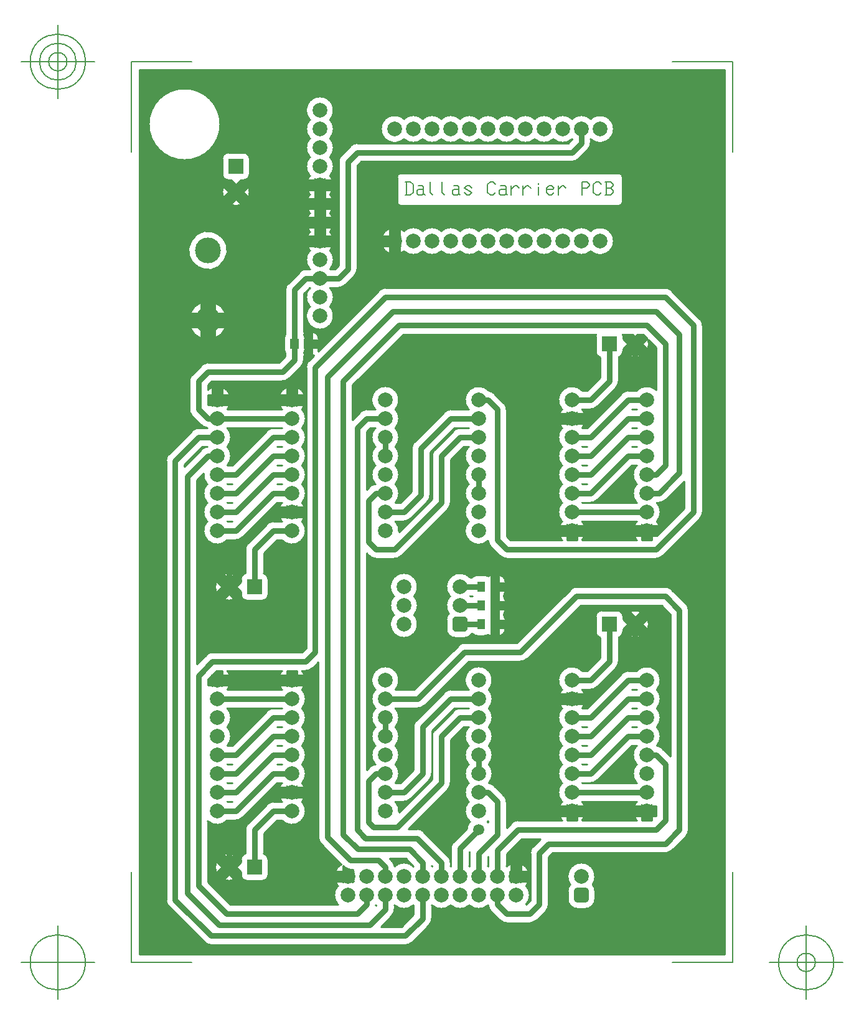
<source format=gbr>
G04 Generated by Ultiboard 14.1 *
%FSLAX33Y33*%
%MOMM*%

%ADD10C,0.001*%
%ADD11C,0.254*%
%ADD12C,0.750*%
%ADD13C,0.167*%
%ADD14C,0.127*%
%ADD15C,2.000*%
%ADD16R,1.153X1.153*%
%ADD17C,0.847*%
%ADD18R,1.050X1.400*%
%ADD19R,1.150X1.450*%
%ADD20R,2.000X2.000*%
%ADD21C,3.500*%
%ADD22C,1.500*%
%ADD23R,1.005X1.005*%
%ADD24C,0.995*%


G04 ColorRGB 00FF00 for the following layer *
%LNCopper Top*%
%LPD*%
G54D10*
G36*
X881Y881D02*
X881Y881D01*
X80399Y881D01*
X80399Y121039D01*
X881Y121039D01*
X881Y881D01*
D02*
G37*
%LPC*%
G36*
X4457Y67943D02*
G75*
D01*
G02X4825Y68835I1258J2*
G01*
X4825Y68835D01*
X7110Y71119D01*
X7110Y71119D01*
X8000Y72010D01*
G74*
D01*
G02X8864Y72378I890J890*
G01*
G75*
D01*
G02X8890Y72378I26J-1258*
G01*
X8890Y72378D01*
X10037Y72378D01*
G74*
D01*
G02X10048Y72390I1393J1258*
G01*
G74*
D01*
G02X10031Y72409I1382J1270*
G01*
G74*
D01*
G02X9270Y72770I129J1251*
G01*
X9270Y72770D01*
X8000Y74040D01*
G75*
D01*
G02X7632Y74931I890J890*
G01*
X7632Y74931D01*
X7632Y78738D01*
G75*
D01*
G02X8000Y79630I1258J2*
G01*
X8000Y79630D01*
X9270Y80900D01*
G74*
D01*
G02X9796Y81214I890J890*
G01*
G75*
D01*
G02X10160Y81268I364J-1204*
G01*
X10160Y81268D01*
X19799Y81268D01*
X20702Y82171D01*
X20702Y82538D01*
G75*
D01*
G02X20504Y83095I683J557*
G01*
X20504Y83095D01*
X20504Y84545D01*
G74*
D01*
G02X20702Y85102I881J0*
G01*
X20702Y85102D01*
X20702Y91173D01*
G75*
D01*
G02X21070Y92065I1258J2*
G01*
X21070Y92065D01*
X22605Y93600D01*
G74*
D01*
G02X23037Y93882I890J890*
G01*
G75*
D01*
G02X23495Y93968I458J-1172*
G01*
X23495Y93968D01*
X24007Y93968D01*
G74*
D01*
G02X24018Y93980I1393J1258*
G01*
G75*
D01*
G02X24018Y96520I1382J1270*
G01*
G74*
D01*
G02X23645Y97124I1382J1270*
G01*
X23645Y97124D01*
X24734Y97124D01*
X24734Y97005D01*
G75*
D01*
G02X26066Y97005I666J-1755*
G01*
X26066Y97005D01*
X26066Y97124D01*
X27155Y97124D01*
G74*
D01*
G02X26782Y96520I1755J666*
G01*
G75*
D01*
G02X26782Y93980I-1382J-1270*
G01*
G74*
D01*
G02X26793Y93968I1382J1270*
G01*
X26793Y93968D01*
X27419Y93968D01*
X27952Y94501D01*
X27952Y108584D01*
G75*
D01*
G02X28320Y109475I1258J1*
G01*
X28320Y109475D01*
X29590Y110745D01*
G75*
D01*
G02X30481Y111113I890J-890*
G01*
X30481Y111113D01*
X59169Y111113D01*
X59697Y111641D01*
X59690Y111648D01*
G75*
D01*
G02X57150Y111648I-1270J1382*
G01*
G75*
D01*
G02X54610Y111648I-1270J1382*
G01*
G75*
D01*
G02X52070Y111648I-1270J1382*
G01*
G75*
D01*
G02X49530Y111648I-1270J1382*
G01*
G75*
D01*
G02X46990Y111648I-1270J1382*
G01*
G75*
D01*
G02X44450Y111648I-1270J1382*
G01*
G75*
D01*
G02X41910Y111648I-1270J1382*
G01*
G75*
D01*
G02X39370Y111648I-1270J1382*
G01*
G75*
D01*
G02X36830Y111648I-1270J1382*
G01*
G75*
D01*
G02X36830Y114412I-1270J1382*
G01*
G75*
D01*
G02X39370Y114412I1270J-1382*
G01*
G75*
D01*
G02X41910Y114412I1270J-1382*
G01*
G75*
D01*
G02X44450Y114412I1270J-1382*
G01*
G75*
D01*
G02X46990Y114412I1270J-1382*
G01*
G75*
D01*
G02X49530Y114412I1270J-1382*
G01*
G75*
D01*
G02X52070Y114412I1270J-1382*
G01*
G75*
D01*
G02X54610Y114412I1270J-1382*
G01*
G75*
D01*
G02X57150Y114412I1270J-1382*
G01*
G75*
D01*
G02X59690Y114412I1270J-1382*
G01*
G75*
D01*
G02X62230Y114412I1270J-1382*
G01*
G75*
D01*
G02X62230Y111648I1270J-1382*
G01*
G74*
D01*
G02X62218Y111637I1270J1382*
G01*
X62218Y111637D01*
X62218Y111125D01*
G75*
D01*
G02X61849Y110234I-1258J0*
G01*
X61849Y110234D01*
X60581Y108966D01*
G74*
D01*
G02X59690Y108597I891J889*
G01*
X59690Y108597D01*
X31001Y108597D01*
X30468Y108064D01*
X30468Y93980D01*
G75*
D01*
G02X30099Y93089I-1258J0*
G01*
X30099Y93089D01*
X28831Y91821D01*
G74*
D01*
G02X28205Y91480I891J889*
G01*
G75*
D01*
G02X27939Y91452I-265J1230*
G01*
X27939Y91452D01*
X26793Y91452D01*
G74*
D01*
G02X26782Y91440I1393J1258*
G01*
G75*
D01*
G02X26782Y88900I-1382J-1270*
G01*
G75*
D01*
G02X24018Y88900I-1382J-1270*
G01*
G75*
D01*
G02X24018Y91440I1382J1270*
G01*
X24011Y91447D01*
X24011Y91447D01*
X23218Y90654D01*
X23218Y85426D01*
X23244Y85426D01*
X23244Y85069D01*
G74*
D01*
G02X23416Y84545I709J524*
G01*
X23416Y84545D01*
X23416Y83095D01*
G75*
D01*
G02X23244Y82571I-881J0*
G01*
X23244Y82571D01*
X23244Y82214D01*
X23218Y82214D01*
X23218Y81650D01*
G75*
D01*
G02X22849Y80759I-1258J0*
G01*
X22849Y80759D01*
X21211Y79121D01*
G74*
D01*
G02X20770Y78835I891J889*
G01*
G75*
D01*
G02X20319Y78752I-450J1175*
G01*
X20319Y78752D01*
X10681Y78752D01*
X10148Y78219D01*
X10148Y77571D01*
G74*
D01*
G02X10764Y77955I1282J1371*
G01*
X10764Y77955D01*
X10764Y76866D01*
X10148Y76866D01*
X10148Y75534D01*
X10764Y75534D01*
X10764Y75415D01*
G75*
D01*
G02X12096Y75415I666J-1755*
G01*
X12096Y75415D01*
X12096Y75534D01*
X13185Y75534D01*
G74*
D01*
G02X12812Y74930I1755J666*
G01*
G74*
D01*
G02X12823Y74918I1382J1270*
G01*
X12823Y74918D01*
X20197Y74918D01*
G74*
D01*
G02X20208Y74930I1393J1258*
G01*
G74*
D01*
G02X19835Y75534I1382J1270*
G01*
X19835Y75534D01*
X20924Y75534D01*
X20924Y75415D01*
G75*
D01*
G02X22256Y75415I666J-1755*
G01*
X22256Y75415D01*
X22256Y75534D01*
X23345Y75534D01*
G74*
D01*
G02X22972Y74930I1755J666*
G01*
G75*
D01*
G02X22972Y72390I-1382J-1270*
G01*
G75*
D01*
G02X22972Y69850I-1382J-1270*
G01*
G75*
D01*
G02X22972Y67310I-1382J-1270*
G01*
G75*
D01*
G02X22972Y64770I-1382J-1270*
G01*
G75*
D01*
G02X22972Y62230I-1382J-1270*
G01*
G74*
D01*
G02X23345Y61626I1382J1270*
G01*
X23345Y61626D01*
X22256Y61626D01*
X22256Y61745D01*
G75*
D01*
G02X20924Y61745I-666J1755*
G01*
X20924Y61745D01*
X20924Y61626D01*
X19835Y61626D01*
G74*
D01*
G02X20208Y62230I1755J666*
G01*
G74*
D01*
G02X20197Y62242I1382J1270*
G01*
X20197Y62242D01*
X19571Y62242D01*
X14861Y57531D01*
G74*
D01*
G02X13970Y57162I891J889*
G01*
X13970Y57162D01*
X12823Y57162D01*
G75*
D01*
G02X10048Y59690I-1393J1258*
G01*
G75*
D01*
G02X10048Y62230I1382J1270*
G01*
G75*
D01*
G02X10048Y64770I1382J1270*
G01*
G75*
D01*
G02X9560Y66201I1382J1270*
G01*
X9560Y66201D01*
X8648Y65289D01*
X8648Y40272D01*
X9905Y41530D01*
G75*
D01*
G02X10796Y41898I890J-890*
G01*
X10796Y41898D01*
X22974Y41898D01*
X23119Y42043D01*
X23507Y42431D01*
X23507Y80643D01*
G75*
D01*
G02X23875Y81535I1258J2*
G01*
X23875Y81535D01*
X24593Y82252D01*
G74*
D01*
G02X24335Y82214I258J843*
G01*
X24335Y82214D01*
X24276Y82214D01*
X24276Y83304D01*
X25216Y83304D01*
X25216Y83095D01*
G75*
D01*
G02X25178Y82837I-881J0*
G01*
X25178Y82837D01*
X33400Y91060D01*
G75*
D01*
G02X34291Y91428I890J-890*
G01*
X34291Y91428D01*
X72390Y91428D01*
G74*
D01*
G02X73281Y91059I0J1258*
G01*
X73281Y91059D01*
X77089Y87251D01*
G74*
D01*
G02X77458Y86360I889J891*
G01*
X77458Y86360D01*
X77458Y60960D01*
G75*
D01*
G02X77089Y60069I-1258J0*
G01*
X77089Y60069D01*
X72011Y54991D01*
G74*
D01*
G02X71460Y54669I891J889*
G01*
G75*
D01*
G02X71119Y54622I-340J1211*
G01*
X71119Y54622D01*
X50800Y54622D01*
G75*
D01*
G02X50436Y54676I0J1258*
G01*
G74*
D01*
G02X49910Y54990I364J1204*
G01*
X49910Y54990D01*
X48640Y56260D01*
G74*
D01*
G02X48276Y57053I890J890*
G01*
G75*
D01*
G02X45608Y59690I-1286J1367*
G01*
G75*
D01*
G02X45608Y62230I1382J1270*
G01*
G75*
D01*
G02X45608Y64770I1382J1270*
G01*
G75*
D01*
G02X45608Y67310I1382J1270*
G01*
G75*
D01*
G02X45608Y69850I1382J1270*
G01*
G74*
D01*
G02X45597Y69862I1382J1270*
G01*
X45597Y69862D01*
X44971Y69862D01*
X43168Y68059D01*
X43168Y62230D01*
G75*
D01*
G02X42799Y61339I-1258J0*
G01*
X42799Y61339D01*
X36451Y54991D01*
G74*
D01*
G02X36026Y54712I891J889*
G01*
G75*
D01*
G02X35559Y54622I-466J1168*
G01*
X35559Y54622D01*
X33020Y54622D01*
G75*
D01*
G02X32975Y54623I0J1258*
G01*
G74*
D01*
G02X32130Y54990I45J1257*
G01*
X32130Y54990D01*
X31738Y55383D01*
X31738Y25897D01*
X32130Y26290D01*
G74*
D01*
G02X32891Y26651I890J890*
G01*
G74*
D01*
G02X32908Y26670I1399J1251*
G01*
G75*
D01*
G02X32908Y29210I1382J1270*
G01*
G75*
D01*
G02X32908Y31750I1382J1270*
G01*
G75*
D01*
G02X32908Y34290I1382J1270*
G01*
G75*
D01*
G02X32908Y36830I1382J1270*
G01*
G75*
D01*
G02X35672Y36830I1382J1270*
G01*
G74*
D01*
G02X35683Y36818I1382J1270*
G01*
X35683Y36818D01*
X38214Y36818D01*
X44195Y42800D01*
G75*
D01*
G02X45086Y43168I890J-890*
G01*
X45086Y43168D01*
X52184Y43168D01*
X59435Y50420D01*
G75*
D01*
G02X60326Y50788I890J-890*
G01*
X60326Y50788D01*
X72390Y50788D01*
G74*
D01*
G02X73281Y50419I0J1258*
G01*
X73281Y50419D01*
X75184Y48516D01*
G74*
D01*
G02X75553Y47625I889J891*
G01*
X75553Y47625D01*
X75553Y17780D01*
G75*
D01*
G02X75184Y16889I-1258J0*
G01*
X75184Y16889D01*
X73281Y14986D01*
G74*
D01*
G02X72742Y14667I891J889*
G01*
G75*
D01*
G02X72389Y14617I-352J1208*
G01*
X72389Y14617D01*
X57036Y14617D01*
X56503Y14084D01*
X56503Y7620D01*
G75*
D01*
G02X56134Y6729I-1258J0*
G01*
X56134Y6729D01*
X54866Y5461D01*
G74*
D01*
G02X54240Y5120I891J889*
G01*
G75*
D01*
G02X53974Y5092I-265J1230*
G01*
X53974Y5092D01*
X50801Y5092D01*
G75*
D01*
G02X49910Y5460I-1J1258*
G01*
X49910Y5460D01*
X48640Y6730D01*
G74*
D01*
G02X48279Y7491I890J890*
G01*
G74*
D01*
G02X48260Y7508I1251J1399*
G01*
G75*
D01*
G02X45720Y7508I-1270J1382*
G01*
G75*
D01*
G02X43180Y7508I-1270J1382*
G01*
G75*
D01*
G02X40640Y7508I-1270J1382*
G01*
G74*
D01*
G02X40628Y7497I1270J1382*
G01*
X40628Y7497D01*
X40628Y5715D01*
G75*
D01*
G02X40259Y4824I-1258J0*
G01*
X40259Y4824D01*
X37896Y2461D01*
G74*
D01*
G02X37005Y2092I891J889*
G01*
X37005Y2092D01*
X10621Y2092D01*
G75*
D01*
G02X9730Y2460I-1J1258*
G01*
X9730Y2460D01*
X4825Y7365D01*
G75*
D01*
G02X4457Y8256I890J890*
G01*
X4457Y8256D01*
X4457Y67943D01*
D02*
G37*
G36*
X22972Y59690D02*
G75*
D01*
G02X20197Y57162I-1382J-1270*
G01*
X20197Y57162D01*
X19571Y57162D01*
X17768Y55359D01*
X17768Y52643D01*
G74*
D01*
G02X18391Y51800I258J843*
G01*
X18391Y51800D01*
X18391Y49800D01*
G75*
D01*
G02X17510Y48919I-881J0*
G01*
X17510Y48919D01*
X15510Y48919D01*
G75*
D01*
G02X14629Y49800I0J881*
G01*
X14629Y49800D01*
X14629Y50123D01*
X13951Y50800D01*
X14629Y51477D01*
X14629Y51800D01*
G74*
D01*
G02X15252Y52643I881J0*
G01*
X15252Y52643D01*
X15252Y55878D01*
G75*
D01*
G02X15620Y56770I1258J2*
G01*
X15620Y56770D01*
X18160Y59310D01*
G74*
D01*
G02X18879Y59666I890J890*
G01*
G75*
D01*
G02X19050Y59678I171J-1246*
G01*
X19050Y59678D01*
X20197Y59678D01*
G74*
D01*
G02X20208Y59690I1393J1258*
G01*
G74*
D01*
G02X19835Y60294I1382J1270*
G01*
X19835Y60294D01*
X20924Y60294D01*
X20924Y60175D01*
G75*
D01*
G02X22256Y60175I666J-1755*
G01*
X22256Y60175D01*
X22256Y60294D01*
X23345Y60294D01*
G74*
D01*
G02X22972Y59690I1755J666*
G01*
D02*
G37*
G36*
X12382Y95119D02*
G75*
D01*
G02X12382Y95119I-2222J1401*
G01*
D02*
G37*
G36*
X23345Y76866D02*
X23345Y76866D01*
X22256Y76866D01*
X22256Y77955D01*
G74*
D01*
G02X23345Y76866I666J1755*
G01*
D02*
G37*
G36*
X71119Y3419D02*
G75*
D01*
G02X71119Y3419I-634J4836*
G01*
D02*
G37*
G36*
X47835Y44139D02*
X47835Y44139D01*
X46785Y44139D01*
G75*
D01*
G02X46125Y44436I0J881*
G01*
G74*
D01*
G02X45027Y43837I1098J707*
G01*
X45027Y43837D01*
X43873Y43837D01*
G75*
D01*
G02X42567Y45143I0J1306*
G01*
X42567Y45143D01*
X42567Y46297D01*
G74*
D01*
G02X42913Y47183I1306J0*
G01*
G75*
D01*
G02X43068Y49530I1537J1077*
G01*
G75*
D01*
G02X45843Y52058I1382J1270*
G01*
X45843Y52058D01*
X46103Y52058D01*
G75*
D01*
G02X46785Y52381I682J-558*
G01*
X46785Y52381D01*
X47835Y52381D01*
G74*
D01*
G02X48260Y52272I0J881*
G01*
G75*
D01*
G02X48685Y52381I425J-772*
G01*
X48685Y52381D01*
X48711Y52381D01*
X48711Y51593D01*
G74*
D01*
G02X48716Y51500I876J93*
G01*
X48716Y51500D01*
X48716Y50100D01*
G75*
D01*
G02X48711Y50007I-881J0*
G01*
X48711Y50007D01*
X48711Y49053D01*
G74*
D01*
G02X48716Y48960I876J93*
G01*
X48716Y48960D01*
X48716Y47560D01*
G75*
D01*
G02X48711Y47467I-881J0*
G01*
X48711Y47467D01*
X48711Y46513D01*
G74*
D01*
G02X48716Y46420I876J93*
G01*
X48716Y46420D01*
X48716Y45020D01*
G75*
D01*
G02X48711Y44927I-881J0*
G01*
X48711Y44927D01*
X48711Y44139D01*
X48685Y44139D01*
G75*
D01*
G02X48260Y44248I0J881*
G01*
G74*
D01*
G02X47835Y44139I425J772*
G01*
D02*
G37*
G36*
X38212Y49530D02*
G75*
D01*
G02X38212Y46990I-1382J-1270*
G01*
G75*
D01*
G02X35448Y46990I-1382J-1270*
G01*
G75*
D01*
G02X35448Y49530I1382J1270*
G01*
G75*
D01*
G02X38212Y49530I1382J1270*
G01*
D02*
G37*
G36*
X36424Y107005D02*
X36424Y107005D01*
X66036Y107005D01*
G74*
D01*
G02X66590Y106451I0J554*
G01*
X66590Y106451D01*
X66590Y103139D01*
G75*
D01*
G02X66036Y102585I-554J0*
G01*
X66036Y102585D01*
X36424Y102585D01*
G75*
D01*
G02X35870Y103139I0J554*
G01*
X35870Y103139D01*
X35870Y106451D01*
G75*
D01*
G02X36424Y107005I554J0*
G01*
D02*
G37*
G36*
X46990Y99172D02*
G75*
D01*
G02X49530Y99172I1270J-1382*
G01*
G75*
D01*
G02X52070Y99172I1270J-1382*
G01*
G75*
D01*
G02X54610Y99172I1270J-1382*
G01*
G75*
D01*
G02X57150Y99172I1270J-1382*
G01*
G75*
D01*
G02X59690Y99172I1270J-1382*
G01*
G75*
D01*
G02X62230Y99172I1270J-1382*
G01*
G75*
D01*
G02X62230Y96408I1270J-1382*
G01*
G75*
D01*
G02X59690Y96408I-1270J1382*
G01*
G75*
D01*
G02X57150Y96408I-1270J1382*
G01*
G75*
D01*
G02X54610Y96408I-1270J1382*
G01*
G75*
D01*
G02X52070Y96408I-1270J1382*
G01*
G75*
D01*
G02X49530Y96408I-1270J1382*
G01*
G75*
D01*
G02X46990Y96408I-1270J1382*
G01*
G75*
D01*
G02X44450Y96408I-1270J1382*
G01*
G75*
D01*
G02X41910Y96408I-1270J1382*
G01*
G75*
D01*
G02X39370Y96408I-1270J1382*
G01*
G75*
D01*
G02X36830Y96408I-1270J1382*
G01*
G74*
D01*
G02X36226Y96035I1270J1382*
G01*
X36226Y96035D01*
X36226Y97124D01*
X36345Y97124D01*
G75*
D01*
G02X36345Y98456I1755J666*
G01*
X36345Y98456D01*
X36226Y98456D01*
X36226Y99545D01*
G74*
D01*
G02X36830Y99172I666J1755*
G01*
G75*
D01*
G02X39370Y99172I1270J-1382*
G01*
G75*
D01*
G02X41910Y99172I1270J-1382*
G01*
G75*
D01*
G02X44450Y99172I1270J-1382*
G01*
G75*
D01*
G02X46990Y99172I1270J-1382*
G01*
D02*
G37*
G36*
X50616Y47560D02*
G75*
D01*
G02X50407Y46990I-881J0*
G01*
G74*
D01*
G02X50616Y46420I672J570*
G01*
X50616Y46420D01*
X50616Y46219D01*
X49709Y46219D01*
X49709Y47761D01*
X50616Y47761D01*
X50616Y47560D01*
D02*
G37*
G36*
X49735Y44139D02*
X49735Y44139D01*
X49709Y44139D01*
X49709Y45221D01*
X50616Y45221D01*
X50616Y45020D01*
G75*
D01*
G02X49735Y44139I-881J0*
G01*
D02*
G37*
G36*
X10930Y76200D02*
G75*
D01*
G02X10930Y76200I500J0*
G01*
D02*
G37*
G36*
X21090Y76200D02*
G75*
D01*
G02X21090Y76200I500J0*
G01*
D02*
G37*
G36*
X12096Y77955D02*
G74*
D01*
G02X13185Y76866I666J1755*
G01*
X13185Y76866D01*
X12096Y76866D01*
X12096Y77955D01*
D02*
G37*
G36*
X19835Y76866D02*
G74*
D01*
G02X20924Y77955I1755J666*
G01*
X20924Y77955D01*
X20924Y76866D01*
X19835Y76866D01*
D02*
G37*
G36*
X34894Y96035D02*
G74*
D01*
G02X33805Y97124I666J1755*
G01*
X33805Y97124D01*
X34894Y97124D01*
X34894Y96035D01*
D02*
G37*
G36*
X35060Y97790D02*
G75*
D01*
G02X35060Y97790I500J0*
G01*
D02*
G37*
G36*
X33805Y98456D02*
G74*
D01*
G02X34894Y99545I1755J666*
G01*
X34894Y99545D01*
X34894Y98456D01*
X33805Y98456D01*
D02*
G37*
G36*
X50616Y51500D02*
X50616Y51500D01*
X50616Y51299D01*
X49709Y51299D01*
X49709Y52381D01*
X49735Y52381D01*
G74*
D01*
G02X50616Y51500I0J881*
G01*
D02*
G37*
G36*
X50616Y48960D02*
X50616Y48960D01*
X50616Y48759D01*
X49709Y48759D01*
X49709Y50301D01*
X50616Y50301D01*
X50616Y50100D01*
G75*
D01*
G02X50407Y49530I-881J0*
G01*
G74*
D01*
G02X50616Y48960I672J570*
G01*
D02*
G37*
G36*
X13780Y49088D02*
G75*
D01*
G02X12240Y49088I-770J1712*
G01*
X12240Y49088D01*
X13010Y49859D01*
X13780Y49088D01*
D02*
G37*
G36*
X11298Y51570D02*
X11298Y51570D01*
X12069Y50800D01*
X11298Y50030D01*
G75*
D01*
G02X11298Y51570I1712J770*
G01*
D02*
G37*
G36*
X12240Y52512D02*
G75*
D01*
G02X13780Y52512I770J-1712*
G01*
X13780Y52512D01*
X13010Y51741D01*
X12240Y52512D01*
D02*
G37*
G36*
X12560Y50800D02*
G75*
D01*
G02X12560Y50800I450J0*
G01*
D02*
G37*
G36*
X21090Y60960D02*
G75*
D01*
G02X21090Y60960I500J0*
G01*
D02*
G37*
G36*
X62479Y10327D02*
G74*
D01*
G02X62844Y9393I1016J934*
G01*
X62844Y9393D01*
X62844Y8387D01*
G75*
D01*
G02X61463Y7006I-1381J0*
G01*
X61463Y7006D01*
X60457Y7006D01*
G75*
D01*
G02X59076Y8387I0J1381*
G01*
X59076Y8387D01*
X59076Y9393D01*
G74*
D01*
G02X59441Y10327I1381J0*
G01*
G75*
D01*
G02X62479Y10327I1519J1103*
G01*
D02*
G37*
G36*
X9228Y84544D02*
G74*
D01*
G02X7704Y86068I932J2456*
G01*
X7704Y86068D01*
X9228Y86068D01*
X9228Y84544D01*
D02*
G37*
G36*
X12616Y86068D02*
G74*
D01*
G02X11092Y84544I2456J932*
G01*
X11092Y84544D01*
X11092Y86068D01*
X12616Y86068D01*
D02*
G37*
G36*
X7704Y87932D02*
G74*
D01*
G02X9228Y89456I2456J932*
G01*
X9228Y89456D01*
X9228Y87932D01*
X7704Y87932D01*
D02*
G37*
G36*
X9160Y87000D02*
G75*
D01*
G02X9160Y87000I1000J0*
G01*
D02*
G37*
G36*
X11092Y89456D02*
G74*
D01*
G02X12616Y87932I932J2456*
G01*
X12616Y87932D01*
X11092Y87932D01*
X11092Y89456D01*
D02*
G37*
G36*
X2108Y113665D02*
G75*
D01*
G02X2108Y113665I4877J0*
G01*
D02*
G37*
G36*
X12258Y105220D02*
X12258Y105220D01*
X13029Y104450D01*
X12258Y103680D01*
G75*
D01*
G02X12258Y105220I1712J770*
G01*
D02*
G37*
G36*
X14740Y102738D02*
G75*
D01*
G02X13200Y102738I-770J1712*
G01*
X13200Y102738D01*
X13970Y103509D01*
X14740Y102738D01*
D02*
G37*
G36*
X15682Y105220D02*
G75*
D01*
G02X15682Y103680I-1712J-770*
G01*
X15682Y103680D01*
X14911Y104450D01*
X15682Y105220D01*
D02*
G37*
G36*
X14970Y106069D02*
X14970Y106069D01*
X14647Y106069D01*
X13970Y105391D01*
X13293Y106069D01*
X12970Y106069D01*
G75*
D01*
G02X12089Y106950I0J881*
G01*
X12089Y106950D01*
X12089Y108950D01*
G75*
D01*
G02X12970Y109831I881J0*
G01*
X12970Y109831D01*
X14970Y109831D01*
G74*
D01*
G02X15851Y108950I0J881*
G01*
X15851Y108950D01*
X15851Y106950D01*
G75*
D01*
G02X14970Y106069I-881J0*
G01*
D02*
G37*
G36*
X13520Y104450D02*
G75*
D01*
G02X13520Y104450I450J0*
G01*
D02*
G37*
G36*
X24734Y106195D02*
X24734Y106195D01*
X24734Y106076D01*
X23645Y106076D01*
G74*
D01*
G02X24018Y106680I1755J666*
G01*
G75*
D01*
G02X24018Y109220I1382J1270*
G01*
G75*
D01*
G02X24018Y111760I1382J1270*
G01*
G75*
D01*
G02X24018Y114300I1382J1270*
G01*
G75*
D01*
G02X26782Y114300I1382J1270*
G01*
G75*
D01*
G02X26782Y111760I-1382J-1270*
G01*
G75*
D01*
G02X26782Y109220I-1382J-1270*
G01*
G75*
D01*
G02X26782Y106680I-1382J-1270*
G01*
G74*
D01*
G02X27155Y106076I1382J1270*
G01*
X27155Y106076D01*
X26066Y106076D01*
X26066Y106195D01*
G75*
D01*
G02X24734Y106195I-666J1755*
G01*
D02*
G37*
G36*
X24900Y97790D02*
G75*
D01*
G02X24900Y97790I500J0*
G01*
D02*
G37*
G36*
X23645Y98456D02*
G74*
D01*
G02X24018Y99060I1755J666*
G01*
G74*
D01*
G02X23645Y99664I1382J1270*
G01*
X23645Y99664D01*
X24734Y99664D01*
X24734Y98456D01*
X23645Y98456D01*
D02*
G37*
G36*
X24900Y100330D02*
G75*
D01*
G02X24900Y100330I500J0*
G01*
D02*
G37*
G36*
X27155Y99664D02*
G74*
D01*
G02X26782Y99060I1755J666*
G01*
G74*
D01*
G02X27155Y98456I1382J1270*
G01*
X27155Y98456D01*
X26066Y98456D01*
X26066Y99664D01*
X27155Y99664D01*
D02*
G37*
G36*
X23645Y100996D02*
G74*
D01*
G02X24018Y101600I1755J666*
G01*
G74*
D01*
G02X23645Y102204I1382J1270*
G01*
X23645Y102204D01*
X24734Y102204D01*
X24734Y100996D01*
X23645Y100996D01*
D02*
G37*
G36*
X27155Y102204D02*
G74*
D01*
G02X26782Y101600I1755J666*
G01*
G74*
D01*
G02X27155Y100996I1382J1270*
G01*
X27155Y100996D01*
X26066Y100996D01*
X26066Y102204D01*
X27155Y102204D01*
D02*
G37*
G36*
X23645Y103536D02*
G74*
D01*
G02X24018Y104140I1755J666*
G01*
G74*
D01*
G02X23645Y104744I1382J1270*
G01*
X23645Y104744D01*
X24734Y104744D01*
X24734Y103536D01*
X23645Y103536D01*
D02*
G37*
G36*
X24900Y102870D02*
G75*
D01*
G02X24900Y102870I500J0*
G01*
D02*
G37*
G36*
X27155Y104744D02*
G74*
D01*
G02X26782Y104140I1755J666*
G01*
G74*
D01*
G02X27155Y103536I1382J1270*
G01*
X27155Y103536D01*
X26066Y103536D01*
X26066Y104744D01*
X27155Y104744D01*
D02*
G37*
G36*
X24900Y105410D02*
G75*
D01*
G02X24900Y105410I500J0*
G01*
D02*
G37*
G36*
X25216Y84545D02*
X25216Y84545D01*
X25216Y84336D01*
X24276Y84336D01*
X24276Y85426D01*
X24335Y85426D01*
G74*
D01*
G02X25216Y84545I0J881*
G01*
D02*
G37*
%LPD*%
G36*
X70516Y59205D02*
G75*
D01*
G02X69184Y59205I-666J1755*
G01*
X69184Y59205D01*
X69184Y59086D01*
X68095Y59086D01*
G74*
D01*
G02X68468Y59690I1755J666*
G01*
G74*
D01*
G02X68457Y59702I1382J1270*
G01*
X68457Y59702D01*
X61083Y59702D01*
G74*
D01*
G02X61072Y59690I1393J1258*
G01*
G74*
D01*
G02X61445Y59086I1382J1270*
G01*
X61445Y59086D01*
X60356Y59086D01*
X60356Y59205D01*
G75*
D01*
G02X59024Y59205I-666J1755*
G01*
X59024Y59205D01*
X59024Y59086D01*
X57935Y59086D01*
G74*
D01*
G02X58308Y59690I1755J666*
G01*
G75*
D01*
G02X58308Y62230I1382J1270*
G01*
G75*
D01*
G02X58308Y64770I1382J1270*
G01*
G75*
D01*
G02X58308Y67310I1382J1270*
G01*
G75*
D01*
G02X58308Y69850I1382J1270*
G01*
G75*
D01*
G02X58308Y72390I1382J1270*
G01*
G74*
D01*
G02X57935Y72994I1382J1270*
G01*
X57935Y72994D01*
X59024Y72994D01*
X59024Y72875D01*
G75*
D01*
G02X60356Y72875I666J-1755*
G01*
X60356Y72875D01*
X60356Y72994D01*
X61445Y72994D01*
G74*
D01*
G02X61072Y72390I1755J666*
G01*
G74*
D01*
G02X61083Y72378I1382J1270*
G01*
X61083Y72378D01*
X61709Y72378D01*
X66420Y77090D01*
G75*
D01*
G02X67311Y77458I890J-890*
G01*
X67311Y77458D01*
X68457Y77458D01*
G75*
D01*
G02X71132Y77571I1393J-1258*
G01*
X71132Y77571D01*
X71132Y83299D01*
X71119Y83312D01*
X70066Y84365D01*
G75*
D01*
G02X69982Y83050I-1796J-545*
G01*
X69982Y83050D01*
X69211Y83820D01*
X69911Y84520D01*
X69329Y85102D01*
X68611Y85102D01*
X68270Y84761D01*
X67929Y85102D01*
X66605Y85102D01*
G74*
D01*
G02X66651Y84820I835J282*
G01*
X66651Y84820D01*
X66651Y84497D01*
X67329Y83820D01*
X66651Y83143D01*
X66651Y82820D01*
G75*
D01*
G02X66028Y81977I-881J0*
G01*
X66028Y81977D01*
X66028Y78740D01*
G75*
D01*
G02X65659Y77849I-1258J0*
G01*
X65659Y77849D01*
X63121Y75311D01*
G74*
D01*
G02X62650Y75014I891J889*
G01*
G75*
D01*
G02X62229Y74942I-420J1186*
G01*
X62229Y74942D01*
X61083Y74942D01*
G74*
D01*
G02X61072Y74930I1393J1258*
G01*
G74*
D01*
G02X61445Y74326I1382J1270*
G01*
X61445Y74326D01*
X60356Y74326D01*
X60356Y74445D01*
G75*
D01*
G02X59024Y74445I-666J1755*
G01*
X59024Y74445D01*
X59024Y74326D01*
X57935Y74326D01*
G74*
D01*
G02X58308Y74930I1755J666*
G01*
G75*
D01*
G02X61083Y77458I1382J1270*
G01*
X61083Y77458D01*
X61709Y77458D01*
X63512Y79261D01*
X63512Y81977D01*
G75*
D01*
G02X62889Y82820I258J843*
G01*
X62889Y82820D01*
X62889Y84820D01*
G74*
D01*
G02X62935Y85102I881J0*
G01*
X62935Y85102D01*
X36716Y85102D01*
X29833Y78219D01*
X29833Y73522D01*
X30860Y74550D01*
G74*
D01*
G02X31386Y74864I890J890*
G01*
G75*
D01*
G02X31750Y74918I364J-1204*
G01*
X31750Y74918D01*
X32897Y74918D01*
G74*
D01*
G02X32908Y74930I1393J1258*
G01*
G75*
D01*
G02X35672Y74930I1382J1270*
G01*
G75*
D01*
G02X35672Y72390I-1382J-1270*
G01*
G75*
D01*
G02X35672Y69850I-1382J-1270*
G01*
G75*
D01*
G02X35672Y67310I-1382J-1270*
G01*
G75*
D01*
G02X35672Y64770I-1382J-1270*
G01*
G75*
D01*
G02X35672Y62230I-1382J-1270*
G01*
G74*
D01*
G02X35683Y62218I1382J1270*
G01*
X35683Y62218D01*
X36309Y62218D01*
X37882Y63791D01*
X37882Y69618D01*
G75*
D01*
G02X38250Y70510I1258J2*
G01*
X38250Y70510D01*
X42290Y74550D01*
G74*
D01*
G02X42911Y74889I890J890*
G01*
G75*
D01*
G02X43180Y74918I269J-1229*
G01*
X43180Y74918D01*
X45597Y74918D01*
G74*
D01*
G02X45608Y74930I1393J1258*
G01*
G75*
D01*
G02X48389Y77451I1382J1270*
G01*
G74*
D01*
G02X48525Y77430I129J1251*
G01*
G74*
D01*
G02X49151Y77089I265J1230*
G01*
X49151Y77089D01*
X50419Y75821D01*
G74*
D01*
G02X50788Y74930I889J891*
G01*
X50788Y74930D01*
X50788Y57671D01*
X51321Y57138D01*
X58319Y57138D01*
G74*
D01*
G02X57935Y57754I1371J1282*
G01*
X57935Y57754D01*
X59024Y57754D01*
X59024Y57138D01*
X60356Y57138D01*
X60356Y57754D01*
X61445Y57754D01*
G74*
D01*
G02X61061Y57138I1755J666*
G01*
X61061Y57138D01*
X68479Y57138D01*
G74*
D01*
G02X68095Y57754I1371J1282*
G01*
X68095Y57754D01*
X69184Y57754D01*
X69184Y57138D01*
X70516Y57138D01*
X70516Y57754D01*
X71215Y57754D01*
X74942Y61481D01*
X74942Y65127D01*
X72426Y62611D01*
G74*
D01*
G02X71906Y62298I891J889*
G01*
G75*
D01*
G02X71534Y62242I-371J1202*
G01*
X71534Y62242D01*
X71243Y62242D01*
G74*
D01*
G02X71232Y62230I1393J1258*
G01*
G75*
D01*
G02X71232Y59690I-1382J-1270*
G01*
G74*
D01*
G02X71605Y59086I1382J1270*
G01*
X71605Y59086D01*
X70516Y59086D01*
X70516Y59205D01*
D02*
G37*
%LPC*%
G36*
X69350Y58420D02*
G75*
D01*
G02X69350Y58420I500J0*
G01*
D02*
G37*
G36*
X59190Y58420D02*
G75*
D01*
G02X59190Y58420I500J0*
G01*
D02*
G37*
G36*
X67820Y83820D02*
G75*
D01*
G02X67820Y83820I450J0*
G01*
D02*
G37*
G36*
X59190Y73660D02*
G75*
D01*
G02X59190Y73660I500J0*
G01*
D02*
G37*
G36*
X69040Y82108D02*
G75*
D01*
G02X67500Y82108I-770J1712*
G01*
X67500Y82108D01*
X68270Y82879D01*
X69040Y82108D01*
D02*
G37*
%LPD*%
G36*
X68095Y19654D02*
X68095Y19654D01*
X69184Y19654D01*
X69184Y19038D01*
X70516Y19038D01*
X70516Y19654D01*
X71132Y19654D01*
X71132Y20986D01*
X70516Y20986D01*
X70516Y21105D01*
G75*
D01*
G02X69184Y21105I-666J1755*
G01*
X69184Y21105D01*
X69184Y20986D01*
X68095Y20986D01*
G74*
D01*
G02X68468Y21590I1755J666*
G01*
G74*
D01*
G02X68457Y21602I1382J1270*
G01*
X68457Y21602D01*
X61083Y21602D01*
G74*
D01*
G02X61072Y21590I1393J1258*
G01*
G74*
D01*
G02X61445Y20986I1382J1270*
G01*
X61445Y20986D01*
X60356Y20986D01*
X60356Y21105D01*
G75*
D01*
G02X59024Y21105I-666J1755*
G01*
X59024Y21105D01*
X59024Y20986D01*
X57935Y20986D01*
G74*
D01*
G02X58308Y21590I1755J666*
G01*
G75*
D01*
G02X58308Y24130I1382J1270*
G01*
G75*
D01*
G02X58308Y26670I1382J1270*
G01*
G75*
D01*
G02X58308Y29210I1382J1270*
G01*
G75*
D01*
G02X58308Y31750I1382J1270*
G01*
G75*
D01*
G02X58308Y34290I1382J1270*
G01*
G74*
D01*
G02X57935Y34894I1382J1270*
G01*
X57935Y34894D01*
X59024Y34894D01*
X59024Y34775D01*
G75*
D01*
G02X60356Y34775I666J-1755*
G01*
X60356Y34775D01*
X60356Y34894D01*
X61445Y34894D01*
G74*
D01*
G02X61072Y34290I1755J666*
G01*
G74*
D01*
G02X61083Y34278I1382J1270*
G01*
X61083Y34278D01*
X61709Y34278D01*
X66420Y38990D01*
G75*
D01*
G02X67311Y39358I890J-890*
G01*
X67311Y39358D01*
X68457Y39358D01*
G75*
D01*
G02X71232Y36830I1393J-1258*
G01*
G75*
D01*
G02X71232Y34290I-1382J-1270*
G01*
G75*
D01*
G02X71232Y31750I-1382J-1270*
G01*
G75*
D01*
G02X71232Y29210I-1382J-1270*
G01*
G74*
D01*
G02X71249Y29191I1382J1270*
G01*
G74*
D01*
G02X72011Y28829I129J1251*
G01*
X72011Y28829D01*
X73037Y27802D01*
X73037Y47104D01*
X73022Y47119D01*
X73022Y47119D01*
X71869Y48272D01*
X60846Y48272D01*
X59693Y47119D01*
X53596Y41021D01*
G74*
D01*
G02X52705Y40652I891J889*
G01*
X52705Y40652D01*
X45606Y40652D01*
X39626Y34671D01*
G74*
D01*
G02X38735Y34302I891J889*
G01*
X38735Y34302D01*
X35683Y34302D01*
G74*
D01*
G02X35672Y34290I1393J1258*
G01*
G75*
D01*
G02X35672Y31750I-1382J-1270*
G01*
G75*
D01*
G02X35672Y29210I-1382J-1270*
G01*
G75*
D01*
G02X35672Y26670I-1382J-1270*
G01*
G75*
D01*
G02X35672Y24130I-1382J-1270*
G01*
G74*
D01*
G02X35683Y24118I1382J1270*
G01*
X35683Y24118D01*
X36309Y24118D01*
X38112Y25921D01*
X38112Y31748D01*
G75*
D01*
G02X38480Y32640I1258J2*
G01*
X38480Y32640D01*
X42290Y36450D01*
G74*
D01*
G02X42742Y36739I890J890*
G01*
G75*
D01*
G02X43180Y36818I438J-1179*
G01*
X43180Y36818D01*
X45597Y36818D01*
G74*
D01*
G02X45608Y36830I1393J1258*
G01*
G75*
D01*
G02X48372Y36830I1382J1270*
G01*
G75*
D01*
G02X48372Y34290I-1382J-1270*
G01*
G75*
D01*
G02X48372Y31750I-1382J-1270*
G01*
G75*
D01*
G02X48372Y29210I-1382J-1270*
G01*
G75*
D01*
G02X48372Y26670I-1382J-1270*
G01*
G75*
D01*
G02X48372Y24130I-1382J-1270*
G01*
G74*
D01*
G02X48389Y24111I1382J1270*
G01*
G74*
D01*
G02X49151Y23749I129J1251*
G01*
X49151Y23749D01*
X49780Y23119D01*
X50419Y22481D01*
G74*
D01*
G02X50788Y21590I889J891*
G01*
X50788Y21590D01*
X50788Y18061D01*
X51397Y18670D01*
G75*
D01*
G02X52287Y19038I889J-890*
G01*
X52287Y19038D01*
X58319Y19038D01*
G74*
D01*
G02X57935Y19654I1371J1282*
G01*
X57935Y19654D01*
X59024Y19654D01*
X59024Y19038D01*
X60356Y19038D01*
X60356Y19654D01*
X61445Y19654D01*
G74*
D01*
G02X61061Y19038I1755J666*
G01*
X61061Y19038D01*
X68479Y19038D01*
G74*
D01*
G02X68095Y19654I1371J1282*
G01*
D02*
G37*
%LPC*%
G36*
X67500Y47432D02*
G75*
D01*
G02X69040Y47432I770J-1712*
G01*
X69040Y47432D01*
X68727Y47119D01*
X68727Y47119D01*
X68270Y46661D01*
X67813Y47119D01*
X67500Y47432D01*
D02*
G37*
G36*
X66651Y46720D02*
X66651Y46720D01*
X66651Y46397D01*
X67329Y45720D01*
X66651Y45043D01*
X66651Y44720D01*
G75*
D01*
G02X66028Y43877I-881J0*
G01*
X66028Y43877D01*
X66028Y40640D01*
G75*
D01*
G02X65659Y39749I-1258J0*
G01*
X65659Y39749D01*
X63121Y37211D01*
G74*
D01*
G02X62650Y36914I891J889*
G01*
G75*
D01*
G02X62229Y36842I-420J1186*
G01*
X62229Y36842D01*
X61083Y36842D01*
G74*
D01*
G02X61072Y36830I1393J1258*
G01*
G74*
D01*
G02X61445Y36226I1382J1270*
G01*
X61445Y36226D01*
X60356Y36226D01*
X60356Y36345D01*
G75*
D01*
G02X59024Y36345I-666J1755*
G01*
X59024Y36345D01*
X59024Y36226D01*
X57935Y36226D01*
G74*
D01*
G02X58308Y36830I1755J666*
G01*
G75*
D01*
G02X61083Y39358I1382J1270*
G01*
X61083Y39358D01*
X61709Y39358D01*
X63512Y41161D01*
X63512Y43877D01*
G75*
D01*
G02X62889Y44720I258J843*
G01*
X62889Y44720D01*
X62889Y46720D01*
G75*
D01*
G02X63770Y47601I881J0*
G01*
X63770Y47601D01*
X65770Y47601D01*
G74*
D01*
G02X66651Y46720I0J881*
G01*
D02*
G37*
G36*
X59190Y20320D02*
G75*
D01*
G02X59190Y20320I500J0*
G01*
D02*
G37*
G36*
X69350Y20320D02*
G75*
D01*
G02X69350Y20320I500J0*
G01*
D02*
G37*
G36*
X69982Y46490D02*
G75*
D01*
G02X69982Y44950I-1712J-770*
G01*
X69982Y44950D01*
X69211Y45720D01*
X69982Y46490D01*
D02*
G37*
G36*
X67820Y45720D02*
G75*
D01*
G02X67820Y45720I450J0*
G01*
D02*
G37*
G36*
X69040Y44008D02*
G75*
D01*
G02X67500Y44008I-770J1712*
G01*
X67500Y44008D01*
X68270Y44779D01*
X69040Y44008D01*
D02*
G37*
G36*
X59190Y35560D02*
G75*
D01*
G02X59190Y35560I500J0*
G01*
D02*
G37*
%LPD*%
G36*
X23345Y38766D02*
X23345Y38766D01*
X22256Y38766D01*
X22256Y39382D01*
X20924Y39382D01*
X20924Y38766D01*
X19835Y38766D01*
G74*
D01*
G02X20219Y39382I1755J666*
G01*
X20219Y39382D01*
X12801Y39382D01*
G74*
D01*
G02X13185Y38766I1371J1282*
G01*
X13185Y38766D01*
X12096Y38766D01*
X12096Y39382D01*
X11316Y39382D01*
X10764Y38830D01*
X10764Y38766D01*
X10700Y38766D01*
X10148Y38214D01*
X10148Y37434D01*
X10764Y37434D01*
X10764Y37315D01*
G75*
D01*
G02X12096Y37315I666J-1755*
G01*
X12096Y37315D01*
X12096Y37434D01*
X13185Y37434D01*
G74*
D01*
G02X12812Y36830I1755J666*
G01*
G74*
D01*
G02X12823Y36818I1382J1270*
G01*
X12823Y36818D01*
X20197Y36818D01*
G74*
D01*
G02X20208Y36830I1393J1258*
G01*
G74*
D01*
G02X19835Y37434I1382J1270*
G01*
X19835Y37434D01*
X20924Y37434D01*
X20924Y37315D01*
G75*
D01*
G02X22256Y37315I666J-1755*
G01*
X22256Y37315D01*
X22256Y37434D01*
X23345Y37434D01*
G74*
D01*
G02X22972Y36830I1755J666*
G01*
G75*
D01*
G02X22972Y34290I-1382J-1270*
G01*
G75*
D01*
G02X22972Y31750I-1382J-1270*
G01*
G75*
D01*
G02X22972Y29210I-1382J-1270*
G01*
G75*
D01*
G02X22972Y26670I-1382J-1270*
G01*
G75*
D01*
G02X22972Y24130I-1382J-1270*
G01*
G74*
D01*
G02X23345Y23526I1382J1270*
G01*
X23345Y23526D01*
X22256Y23526D01*
X22256Y23645D01*
G75*
D01*
G02X20924Y23645I-666J1755*
G01*
X20924Y23645D01*
X20924Y23526D01*
X19835Y23526D01*
G74*
D01*
G02X20208Y24130I1755J666*
G01*
G74*
D01*
G02X20197Y24142I1382J1270*
G01*
X20197Y24142D01*
X19571Y24142D01*
X14861Y19431D01*
G74*
D01*
G02X13970Y19062I891J889*
G01*
X13970Y19062D01*
X12823Y19062D01*
G75*
D01*
G02X10148Y18949I-1393J1258*
G01*
X10148Y18949D01*
X10148Y10681D01*
X13221Y7608D01*
X27839Y7608D01*
G75*
D01*
G02X27828Y10160I1371J1282*
G01*
G74*
D01*
G02X27455Y10764I1382J1270*
G01*
X27455Y10764D01*
X28544Y10764D01*
X28544Y10645D01*
G75*
D01*
G02X29876Y10645I666J-1755*
G01*
X29876Y10645D01*
X29876Y10764D01*
X29995Y10764D01*
G75*
D01*
G02X29995Y12096I1755J666*
G01*
X29995Y12096D01*
X29876Y12096D01*
X29876Y12379D01*
X29544Y12379D01*
G75*
D01*
G02X28653Y12747I-1J1258*
G01*
X28653Y12747D01*
X28544Y12856D01*
X28544Y12096D01*
X27455Y12096D01*
G74*
D01*
G02X28319Y13082I1755J666*
G01*
X28319Y13082D01*
X25550Y15850D01*
G75*
D01*
G02X25182Y16741I890J890*
G01*
X25182Y16741D01*
X25182Y40548D01*
X24386Y39751D01*
G74*
D01*
G02X23495Y39382I891J889*
G01*
X23495Y39382D01*
X22961Y39382D01*
G74*
D01*
G02X23345Y38766I1371J1282*
G01*
D02*
G37*
%LPC*%
G36*
X21162Y23119D02*
G75*
D01*
G02X21162Y23119I428J-259*
G01*
D02*
G37*
G36*
X22972Y21590D02*
G75*
D01*
G02X20197Y19062I-1382J-1270*
G01*
X20197Y19062D01*
X19571Y19062D01*
X17768Y17259D01*
X17768Y14543D01*
G74*
D01*
G02X18391Y13700I258J843*
G01*
X18391Y13700D01*
X18391Y11700D01*
G75*
D01*
G02X17510Y10819I-881J0*
G01*
X17510Y10819D01*
X15510Y10819D01*
G75*
D01*
G02X14629Y11700I0J881*
G01*
X14629Y11700D01*
X14629Y12023D01*
X13951Y12700D01*
X14629Y13377D01*
X14629Y13700D01*
G74*
D01*
G02X15252Y14543I881J0*
G01*
X15252Y14543D01*
X15252Y17779D01*
G75*
D01*
G02X15620Y18670I1258J1*
G01*
X15620Y18670D01*
X18160Y21210D01*
G75*
D01*
G02X19051Y21578I890J-890*
G01*
X19051Y21578D01*
X20197Y21578D01*
G74*
D01*
G02X20208Y21590I1393J1258*
G01*
G74*
D01*
G02X19835Y22194I1382J1270*
G01*
X19835Y22194D01*
X20924Y22194D01*
X20924Y22075D01*
G75*
D01*
G02X22256Y22075I666J-1755*
G01*
X22256Y22075D01*
X22256Y22194D01*
X23345Y22194D01*
G74*
D01*
G02X22972Y21590I1755J666*
G01*
D02*
G37*
G36*
X10930Y38100D02*
G75*
D01*
G02X10930Y38100I500J0*
G01*
D02*
G37*
G36*
X21090Y38100D02*
G75*
D01*
G02X21090Y38100I500J0*
G01*
D02*
G37*
G36*
X28710Y11430D02*
G75*
D01*
G02X28710Y11430I500J0*
G01*
D02*
G37*
G36*
X11298Y13470D02*
X11298Y13470D01*
X12069Y12700D01*
X11298Y11930D01*
G75*
D01*
G02X11298Y13470I1712J770*
G01*
D02*
G37*
G36*
X13780Y10988D02*
G75*
D01*
G02X12240Y10988I-770J1712*
G01*
X12240Y10988D01*
X13010Y11759D01*
X13780Y10988D01*
D02*
G37*
G36*
X12240Y14412D02*
G75*
D01*
G02X13780Y14412I770J-1712*
G01*
X13780Y14412D01*
X13010Y13641D01*
X12240Y14412D01*
D02*
G37*
G36*
X12560Y12700D02*
G75*
D01*
G02X12560Y12700I450J0*
G01*
D02*
G37*
%LPD*%
G36*
X45608Y24130D02*
G75*
D01*
G03X45608Y21590I1382J-1270*
G01*
G75*
D01*
G03X45789Y18878I1382J-1270*
G01*
G74*
D01*
G03X45371Y17940I1201J1098*
G01*
X45371Y17940D01*
X43560Y16130D01*
G75*
D01*
G03X43192Y15239I890J-890*
G01*
X43192Y15239D01*
X43192Y12823D01*
G74*
D01*
G03X43180Y12812I1258J1393*
G01*
G74*
D01*
G03X43168Y12823I1270J1382*
G01*
X43168Y12823D01*
X43168Y13335D01*
G74*
D01*
G03X42799Y14226I1258J0*
G01*
X42799Y14226D01*
X39499Y17526D01*
G74*
D01*
G03X38608Y17895I891J889*
G01*
X38608Y17895D01*
X37454Y17895D01*
X42678Y23119D01*
X42799Y23239D01*
G75*
D01*
G03X43168Y24130I-889J891*
G01*
X43168Y24130D01*
X43168Y29959D01*
X44971Y31762D01*
X45597Y31762D01*
G74*
D01*
G03X45608Y31750I1393J1258*
G01*
G75*
D01*
G03X45608Y29210I1382J-1270*
G01*
G75*
D01*
G03X45608Y26670I1382J-1270*
G01*
G75*
D01*
G03X45608Y24130I1382J-1270*
G01*
D02*
G37*
G36*
X40652Y30478D02*
X40652Y30478D01*
X40652Y24651D01*
X39120Y23119D01*
X36160Y20159D01*
G75*
D01*
G03X35672Y21590I-1870J161*
G01*
G74*
D01*
G03X35683Y21602I1382J1270*
G01*
X35683Y21602D01*
X36829Y21602D01*
G75*
D01*
G03X37250Y21674I1J1258*
G01*
G74*
D01*
G03X37721Y21971I420J1186*
G01*
X37721Y21971D01*
X40259Y24509D01*
G75*
D01*
G03X40628Y25400I-889J891*
G01*
X40628Y25400D01*
X40628Y31229D01*
X43701Y34302D01*
X45597Y34302D01*
G74*
D01*
G03X45608Y34290I1393J1258*
G01*
G74*
D01*
G03X45597Y34278I1382J1270*
G01*
X45597Y34278D01*
X44450Y34278D01*
G75*
D01*
G03X44279Y34266I0J-1258*
G01*
G74*
D01*
G03X43560Y33910I171J1246*
G01*
X43560Y33910D01*
X41020Y31370D01*
G75*
D01*
G03X40652Y30478I890J-890*
G01*
D02*
G37*
G36*
X45597Y72402D02*
X45597Y72402D01*
X43701Y72402D01*
X40398Y69099D01*
X40398Y63270D01*
G75*
D01*
G02X40029Y62379I-1258J0*
G01*
X40029Y62379D01*
X37721Y60071D01*
G74*
D01*
G02X37067Y59724I891J889*
G01*
G75*
D01*
G02X36829Y59702I-237J1236*
G01*
X36829Y59702D01*
X35683Y59702D01*
G74*
D01*
G02X35672Y59690I1393J1258*
G01*
G75*
D01*
G02X36160Y58259I-1382J-1270*
G01*
X36160Y58259D01*
X40652Y62751D01*
X40652Y68578D01*
G75*
D01*
G02X41020Y69470I1258J2*
G01*
X41020Y69470D01*
X42670Y71119D01*
X43560Y72010D01*
G74*
D01*
G02X44279Y72366I890J890*
G01*
G75*
D01*
G02X44450Y72378I171J-1246*
G01*
X44450Y72378D01*
X45597Y72378D01*
G74*
D01*
G02X45608Y72390I1393J1258*
G01*
G74*
D01*
G02X45597Y72402I1382J1270*
G01*
D02*
G37*
G36*
X54355Y15495D02*
X54355Y15495D01*
X55383Y16522D01*
X52807Y16522D01*
X50788Y14503D01*
X50788Y12823D01*
G74*
D01*
G02X50800Y12812I1258J1393*
G01*
G74*
D01*
G02X51404Y13185I1270J1382*
G01*
X51404Y13185D01*
X51404Y12096D01*
X51285Y12096D01*
G75*
D01*
G02X51285Y10764I-1755J-666*
G01*
X51285Y10764D01*
X51404Y10764D01*
X51404Y10645D01*
G75*
D01*
G02X52736Y10645I666J-1755*
G01*
X52736Y10645D01*
X52736Y10764D01*
X53825Y10764D01*
G74*
D01*
G02X53452Y10160I1755J666*
G01*
G75*
D01*
G02X53441Y7608I-1382J-1270*
G01*
X53441Y7608D01*
X53454Y7608D01*
X53987Y8141D01*
X53987Y14603D01*
G75*
D01*
G02X54355Y15495I1258J2*
G01*
D02*
G37*
%LPC*%
G36*
X51570Y11430D02*
G75*
D01*
G02X51570Y11430I500J0*
G01*
D02*
G37*
G36*
X52736Y13185D02*
G74*
D01*
G02X53825Y12096I666J1755*
G01*
X53825Y12096D01*
X52736Y12096D01*
X52736Y13185D01*
D02*
G37*
%LPD*%
G36*
X20208Y34290D02*
G74*
D01*
G03X20197Y34278I1382J1270*
G01*
X20197Y34278D01*
X19051Y34278D01*
G75*
D01*
G03X18160Y33910I-1J-1258*
G01*
X18160Y33910D01*
X13449Y29198D01*
X12823Y29198D01*
G74*
D01*
G03X12812Y29210I1393J1258*
G01*
G75*
D01*
G03X12812Y31750I-1382J1270*
G01*
G75*
D01*
G03X12812Y34290I-1382J1270*
G01*
G74*
D01*
G03X12823Y34302I1382J1270*
G01*
X12823Y34302D01*
X20197Y34302D01*
G74*
D01*
G03X20208Y34290I1393J1258*
G01*
D02*
G37*
G36*
X63121Y62611D02*
X63121Y62611D01*
X67831Y67322D01*
X68457Y67322D01*
G74*
D01*
G03X68468Y67310I1393J1258*
G01*
G75*
D01*
G03X68468Y64770I1382J-1270*
G01*
G75*
D01*
G03X68468Y62230I1382J-1270*
G01*
G74*
D01*
G03X68457Y62218I1382J1270*
G01*
X68457Y62218D01*
X61083Y62218D01*
G74*
D01*
G03X61072Y62230I1393J1258*
G01*
G74*
D01*
G03X61083Y62242I1382J1270*
G01*
X61083Y62242D01*
X62230Y62242D01*
G74*
D01*
G03X63121Y62611I0J1258*
G01*
D02*
G37*
G36*
X61072Y24130D02*
G74*
D01*
G02X61083Y24118I1382J1270*
G01*
X61083Y24118D01*
X68457Y24118D01*
G74*
D01*
G02X68468Y24130I1393J1258*
G01*
G75*
D01*
G02X68468Y26670I1382J1270*
G01*
G75*
D01*
G02X68468Y29210I1382J1270*
G01*
G74*
D01*
G02X68457Y29222I1382J1270*
G01*
X68457Y29222D01*
X67831Y29222D01*
X63121Y24511D01*
G74*
D01*
G02X62230Y24142I891J889*
G01*
X62230Y24142D01*
X61083Y24142D01*
G74*
D01*
G02X61072Y24130I1393J1258*
G01*
D02*
G37*
G36*
X12823Y67298D02*
X12823Y67298D01*
X13449Y67298D01*
X18160Y72010D01*
G75*
D01*
G02X19051Y72378I890J-890*
G01*
X19051Y72378D01*
X20197Y72378D01*
G74*
D01*
G02X20208Y72390I1393J1258*
G01*
G74*
D01*
G02X20197Y72402I1382J1270*
G01*
X20197Y72402D01*
X12823Y72402D01*
G74*
D01*
G02X12812Y72390I1393J1258*
G01*
G75*
D01*
G02X12812Y69850I-1382J-1270*
G01*
G75*
D01*
G02X12812Y67310I-1382J-1270*
G01*
G74*
D01*
G02X12823Y67298I1382J1270*
G01*
D02*
G37*
G36*
X38112Y7497D02*
G74*
D01*
G02X38100Y7508I1258J1393*
G01*
G75*
D01*
G02X35560Y7508I-1270J1382*
G01*
G74*
D01*
G02X35548Y7497I1270J1382*
G01*
X35548Y7497D01*
X35548Y6985D01*
G75*
D01*
G02X35179Y6094I-1258J0*
G01*
X35179Y6094D01*
X33692Y4608D01*
X36484Y4608D01*
X38112Y6236D01*
X38112Y7497D01*
D02*
G37*
G36*
X32130Y64390D02*
X32130Y64390D01*
X31738Y63997D01*
X31738Y71869D01*
X32271Y72402D01*
X32897Y72402D01*
G74*
D01*
G03X32908Y72390I1393J1258*
G01*
G75*
D01*
G03X32908Y69850I1382J-1270*
G01*
G75*
D01*
G03X32908Y67310I1382J-1270*
G01*
G75*
D01*
G03X32908Y64770I1382J-1270*
G01*
G74*
D01*
G03X32891Y64751I1382J1270*
G01*
G74*
D01*
G03X32130Y64390I129J1251*
G01*
D02*
G37*
G36*
X10048Y69850D02*
G74*
D01*
G02X10037Y69862I1382J1270*
G01*
X10037Y69862D01*
X9411Y69862D01*
X6973Y67424D01*
X6973Y67172D01*
X9270Y69470D01*
G74*
D01*
G02X9737Y69765I890J890*
G01*
G74*
D01*
G02X10031Y69831I423J1185*
G01*
G74*
D01*
G02X10048Y69850I1399J1251*
G01*
D02*
G37*
G36*
X35560Y12812D02*
G75*
D01*
G02X38100Y12812I1270J-1382*
G01*
X38107Y12819D01*
X38107Y12819D01*
X37047Y13879D01*
X34890Y13879D01*
X35179Y13591D01*
G74*
D01*
G02X35541Y12829I889J891*
G01*
G74*
D01*
G02X35560Y12812I1251J1399*
G01*
D02*
G37*
G36*
X45732Y14603D02*
G75*
D01*
G02X45740Y14751I1258J2*
G01*
X45740Y14751D01*
X45708Y14719D01*
X45708Y12823D01*
G74*
D01*
G02X45720Y12812I1258J1393*
G01*
G74*
D01*
G02X45732Y12823I1270J1382*
G01*
X45732Y12823D01*
X45732Y14603D01*
D02*
G37*
G36*
X48272Y12823D02*
X48272Y12823D01*
X48272Y14108D01*
X48248Y14084D01*
X48248Y12823D01*
G74*
D01*
G02X48260Y12812I1258J1393*
G01*
G74*
D01*
G02X48272Y12823I1270J1382*
G01*
D02*
G37*
G36*
X68457Y31762D02*
X68457Y31762D01*
X67831Y31762D01*
X67807Y31738D01*
X68457Y31738D01*
G74*
D01*
G02X68468Y31750I1393J1258*
G01*
G74*
D01*
G02X68457Y31762I1382J1270*
G01*
D02*
G37*
G36*
X68457Y34278D02*
G74*
D01*
G02X68468Y34290I1393J1258*
G01*
G74*
D01*
G02X68457Y34302I1382J1270*
G01*
X68457Y34302D01*
X67831Y34302D01*
X67807Y34278D01*
X68457Y34278D01*
D02*
G37*
G36*
X68468Y36830D02*
G74*
D01*
G02X68457Y36842I1382J1270*
G01*
X68457Y36842D01*
X67831Y36842D01*
X67807Y36818D01*
X68457Y36818D01*
G74*
D01*
G02X68468Y36830I1393J1258*
G01*
D02*
G37*
G36*
X68457Y69838D02*
X68457Y69838D01*
X67807Y69838D01*
X67831Y69862D01*
X68457Y69862D01*
G74*
D01*
G03X68468Y69850I1393J1258*
G01*
G74*
D01*
G03X68457Y69838I1382J1270*
G01*
D02*
G37*
G36*
X68457Y72402D02*
G74*
D01*
G03X68468Y72390I1393J1258*
G01*
G74*
D01*
G03X68457Y72378I1382J1270*
G01*
X68457Y72378D01*
X67807Y72378D01*
X67831Y72402D01*
X68457Y72402D01*
D02*
G37*
G36*
X68457Y74942D02*
G74*
D01*
G03X68468Y74930I1393J1258*
G01*
G74*
D01*
G03X68457Y74918I1382J1270*
G01*
X68457Y74918D01*
X67807Y74918D01*
X67831Y74942D01*
X68457Y74942D01*
D02*
G37*
G36*
X20208Y31750D02*
G74*
D01*
G03X20197Y31738I1382J1270*
G01*
X20197Y31738D01*
X19547Y31738D01*
X19571Y31762D01*
X20197Y31762D01*
G74*
D01*
G03X20208Y31750I1393J1258*
G01*
D02*
G37*
G36*
X20197Y64758D02*
G74*
D01*
G02X20208Y64770I1393J1258*
G01*
G74*
D01*
G02X20197Y64782I1382J1270*
G01*
X20197Y64782D01*
X19571Y64782D01*
X19547Y64758D01*
X20197Y64758D01*
D02*
G37*
G36*
X20197Y67298D02*
G74*
D01*
G02X20208Y67310I1393J1258*
G01*
G74*
D01*
G02X20197Y67322I1382J1270*
G01*
X20197Y67322D01*
X19571Y67322D01*
X19547Y67298D01*
X20197Y67298D01*
D02*
G37*
G36*
X20197Y29222D02*
G74*
D01*
G03X20208Y29210I1393J1258*
G01*
G74*
D01*
G03X20197Y29198I1382J1270*
G01*
X20197Y29198D01*
X19547Y29198D01*
X19571Y29222D01*
X20197Y29222D01*
D02*
G37*
G36*
X20208Y26670D02*
G74*
D01*
G03X20197Y26658I1382J1270*
G01*
X20197Y26658D01*
X19547Y26658D01*
X19571Y26682D01*
X20197Y26682D01*
G74*
D01*
G03X20208Y26670I1393J1258*
G01*
D02*
G37*
G36*
X20197Y69838D02*
G74*
D01*
G02X20208Y69850I1393J1258*
G01*
G74*
D01*
G02X20197Y69862I1382J1270*
G01*
X20197Y69862D01*
X19571Y69862D01*
X19547Y69838D01*
X20197Y69838D01*
D02*
G37*
G36*
X12823Y21602D02*
G74*
D01*
G02X12812Y21590I1393J1258*
G01*
G74*
D01*
G02X12823Y21578I1382J1270*
G01*
X12823Y21578D01*
X13449Y21578D01*
X13473Y21602D01*
X12823Y21602D01*
D02*
G37*
G36*
X12823Y24118D02*
G74*
D01*
G03X12812Y24130I1393J1258*
G01*
G74*
D01*
G03X12823Y24142I1382J1270*
G01*
X12823Y24142D01*
X13473Y24142D01*
X13449Y24118D01*
X12823Y24118D01*
D02*
G37*
G36*
X12812Y59690D02*
G74*
D01*
G02X12823Y59678I1382J1270*
G01*
X12823Y59678D01*
X13449Y59678D01*
X13473Y59702D01*
X12823Y59702D01*
G74*
D01*
G02X12812Y59690I1393J1258*
G01*
D02*
G37*
G36*
X12823Y64782D02*
G74*
D01*
G02X12812Y64770I1393J1258*
G01*
G74*
D01*
G02X12823Y64758I1382J1270*
G01*
X12823Y64758D01*
X13449Y64758D01*
X13473Y64782D01*
X12823Y64782D01*
D02*
G37*
G36*
X12823Y26658D02*
G74*
D01*
G03X12812Y26670I1393J1258*
G01*
G74*
D01*
G03X12823Y26682I1382J1270*
G01*
X12823Y26682D01*
X13473Y26682D01*
X13449Y26658D01*
X12823Y26658D01*
D02*
G37*
G36*
X12823Y62218D02*
X12823Y62218D01*
X13449Y62218D01*
X13473Y62242D01*
X12823Y62242D01*
G74*
D01*
G02X12812Y62230I1393J1258*
G01*
G74*
D01*
G02X12823Y62218I1382J1270*
G01*
D02*
G37*
G36*
X61083Y29222D02*
G74*
D01*
G02X61072Y29210I1393J1258*
G01*
G74*
D01*
G02X61083Y29198I1382J1270*
G01*
X61083Y29198D01*
X61709Y29198D01*
X61733Y29222D01*
X61083Y29222D01*
D02*
G37*
G36*
X61083Y64758D02*
G74*
D01*
G03X61072Y64770I1393J1258*
G01*
G74*
D01*
G03X61083Y64782I1382J1270*
G01*
X61083Y64782D01*
X61733Y64782D01*
X61709Y64758D01*
X61083Y64758D01*
D02*
G37*
G36*
X61072Y26670D02*
G74*
D01*
G02X61083Y26658I1382J1270*
G01*
X61083Y26658D01*
X61709Y26658D01*
X61733Y26682D01*
X61083Y26682D01*
G74*
D01*
G02X61072Y26670I1393J1258*
G01*
D02*
G37*
G36*
X61072Y69850D02*
G74*
D01*
G03X61083Y69862I1382J1270*
G01*
X61083Y69862D01*
X61733Y69862D01*
X61709Y69838D01*
X61083Y69838D01*
G74*
D01*
G03X61072Y69850I1393J1258*
G01*
D02*
G37*
G36*
X61083Y31738D02*
X61083Y31738D01*
X61709Y31738D01*
X61733Y31762D01*
X61083Y31762D01*
G74*
D01*
G02X61072Y31750I1393J1258*
G01*
G74*
D01*
G02X61083Y31738I1382J1270*
G01*
D02*
G37*
G36*
X61083Y67322D02*
X61083Y67322D01*
X61733Y67322D01*
X61709Y67298D01*
X61083Y67298D01*
G74*
D01*
G03X61072Y67310I1393J1258*
G01*
G74*
D01*
G03X61083Y67322I1382J1270*
G01*
D02*
G37*
G36*
X48272Y18949D02*
G74*
D01*
G02X48191Y18878I1282J1371*
G01*
G74*
D01*
G02X48272Y18782I1201J1098*
G01*
X48272Y18782D01*
X48272Y18949D01*
D02*
G37*
G36*
X46113Y49530D02*
G74*
D01*
G02X46103Y49542I672J570*
G01*
X46103Y49542D01*
X45843Y49542D01*
G74*
D01*
G02X45832Y49530I1393J1258*
G01*
G74*
D01*
G02X45843Y49518I1382J1270*
G01*
X45843Y49518D01*
X46103Y49518D01*
G74*
D01*
G02X46113Y49530I682J558*
G01*
D02*
G37*
G36*
X33000Y7474D02*
X33000Y7474D01*
X33027Y7501D01*
X33020Y7508D01*
G74*
D01*
G02X33001Y7491I1270J1382*
G01*
G74*
D01*
G02X33000Y7474I1251J129*
G01*
D02*
G37*
G36*
X40647Y12819D02*
X40647Y12819D01*
X40628Y12838D01*
X40628Y12823D01*
G74*
D01*
G02X40640Y12812I1258J1393*
G01*
X40647Y12819D01*
D02*
G37*
G54D11*
X4457Y67943D02*
G75*
D01*
G02X4825Y68835I1258J2*
G01*
X7110Y71119D01*
X7110Y71119D01*
X8000Y72010D01*
G74*
D01*
G02X8864Y72378I890J890*
G01*
G75*
D01*
G02X8890Y72378I26J-1258*
G01*
X10037Y72378D01*
G74*
D01*
G02X10048Y72390I1393J1258*
G01*
G74*
D01*
G02X10031Y72409I1382J1270*
G01*
G74*
D01*
G02X9270Y72770I129J1251*
G01*
X8000Y74040D01*
G75*
D01*
G02X7632Y74931I890J890*
G01*
X7632Y78738D01*
G75*
D01*
G02X8000Y79630I1258J2*
G01*
X9270Y80900D01*
G74*
D01*
G02X9796Y81214I890J890*
G01*
G75*
D01*
G02X10160Y81268I364J-1204*
G01*
X19799Y81268D01*
X20702Y82171D01*
X20702Y82538D01*
G75*
D01*
G02X20504Y83095I683J557*
G01*
X20504Y84545D01*
G74*
D01*
G02X20702Y85102I881J0*
G01*
X20702Y91173D01*
G75*
D01*
G02X21070Y92065I1258J2*
G01*
X22605Y93600D01*
G74*
D01*
G02X23037Y93882I890J890*
G01*
G75*
D01*
G02X23495Y93968I458J-1172*
G01*
X24007Y93968D01*
G74*
D01*
G02X24018Y93980I1393J1258*
G01*
G75*
D01*
G02X24018Y96520I1382J1270*
G01*
G74*
D01*
G02X23645Y97124I1382J1270*
G01*
X24734Y97124D01*
X24734Y97005D01*
G75*
D01*
G02X26066Y97005I666J-1755*
G01*
X26066Y97124D01*
X27155Y97124D01*
G74*
D01*
G02X26782Y96520I1755J666*
G01*
G75*
D01*
G02X26782Y93980I-1382J-1270*
G01*
G74*
D01*
G02X26793Y93968I1382J1270*
G01*
X27419Y93968D01*
X27952Y94501D01*
X27952Y108584D01*
G75*
D01*
G02X28320Y109475I1258J1*
G01*
X29590Y110745D01*
G75*
D01*
G02X30481Y111113I890J-890*
G01*
X59169Y111113D01*
X59697Y111641D01*
X59690Y111648D01*
G75*
D01*
G02X57150Y111648I-1270J1382*
G01*
G75*
D01*
G02X54610Y111648I-1270J1382*
G01*
G75*
D01*
G02X52070Y111648I-1270J1382*
G01*
G75*
D01*
G02X49530Y111648I-1270J1382*
G01*
G75*
D01*
G02X46990Y111648I-1270J1382*
G01*
G75*
D01*
G02X44450Y111648I-1270J1382*
G01*
G75*
D01*
G02X41910Y111648I-1270J1382*
G01*
G75*
D01*
G02X39370Y111648I-1270J1382*
G01*
G75*
D01*
G02X36830Y111648I-1270J1382*
G01*
G75*
D01*
G02X36830Y114412I-1270J1382*
G01*
G75*
D01*
G02X39370Y114412I1270J-1382*
G01*
G75*
D01*
G02X41910Y114412I1270J-1382*
G01*
G75*
D01*
G02X44450Y114412I1270J-1382*
G01*
G75*
D01*
G02X46990Y114412I1270J-1382*
G01*
G75*
D01*
G02X49530Y114412I1270J-1382*
G01*
G75*
D01*
G02X52070Y114412I1270J-1382*
G01*
G75*
D01*
G02X54610Y114412I1270J-1382*
G01*
G75*
D01*
G02X57150Y114412I1270J-1382*
G01*
G75*
D01*
G02X59690Y114412I1270J-1382*
G01*
G75*
D01*
G02X62230Y114412I1270J-1382*
G01*
G75*
D01*
G02X62230Y111648I1270J-1382*
G01*
G74*
D01*
G02X62218Y111637I1270J1382*
G01*
X62218Y111125D01*
G75*
D01*
G02X61849Y110234I-1258J0*
G01*
X60581Y108966D01*
G74*
D01*
G02X59690Y108597I891J889*
G01*
X31001Y108597D01*
X30468Y108064D01*
X30468Y93980D01*
G75*
D01*
G02X30099Y93089I-1258J0*
G01*
X28831Y91821D01*
G74*
D01*
G02X28205Y91480I891J889*
G01*
G75*
D01*
G02X27939Y91452I-265J1230*
G01*
X26793Y91452D01*
G74*
D01*
G02X26782Y91440I1393J1258*
G01*
G75*
D01*
G02X26782Y88900I-1382J-1270*
G01*
G75*
D01*
G02X24018Y88900I-1382J-1270*
G01*
G75*
D01*
G02X24018Y91440I1382J1270*
G01*
X24011Y91447D01*
X23218Y90654D01*
X23218Y85426D01*
X23244Y85426D01*
X23244Y85069D01*
G74*
D01*
G02X23416Y84545I709J524*
G01*
X23416Y83095D01*
G75*
D01*
G02X23244Y82571I-881J0*
G01*
X23244Y82214D01*
X23218Y82214D01*
X23218Y81650D01*
G75*
D01*
G02X22849Y80759I-1258J0*
G01*
X21211Y79121D01*
G74*
D01*
G02X20770Y78835I891J889*
G01*
G75*
D01*
G02X20319Y78752I-450J1175*
G01*
X10681Y78752D01*
X10148Y78219D01*
X10148Y77571D01*
G74*
D01*
G02X10764Y77955I1282J1371*
G01*
X10764Y76866D01*
X10148Y76866D01*
X10148Y75534D01*
X10764Y75534D01*
X10764Y75415D01*
G75*
D01*
G02X12096Y75415I666J-1755*
G01*
X12096Y75534D01*
X13185Y75534D01*
G74*
D01*
G02X12812Y74930I1755J666*
G01*
G74*
D01*
G02X12823Y74918I1382J1270*
G01*
X20197Y74918D01*
G74*
D01*
G02X20208Y74930I1393J1258*
G01*
G74*
D01*
G02X19835Y75534I1382J1270*
G01*
X20924Y75534D01*
X20924Y75415D01*
G75*
D01*
G02X22256Y75415I666J-1755*
G01*
X22256Y75534D01*
X23345Y75534D01*
G74*
D01*
G02X22972Y74930I1755J666*
G01*
G75*
D01*
G02X22972Y72390I-1382J-1270*
G01*
G75*
D01*
G02X22972Y69850I-1382J-1270*
G01*
G75*
D01*
G02X22972Y67310I-1382J-1270*
G01*
G75*
D01*
G02X22972Y64770I-1382J-1270*
G01*
G75*
D01*
G02X22972Y62230I-1382J-1270*
G01*
G74*
D01*
G02X23345Y61626I1382J1270*
G01*
X22256Y61626D01*
X22256Y61745D01*
G75*
D01*
G02X20924Y61745I-666J1755*
G01*
X20924Y61626D01*
X19835Y61626D01*
G74*
D01*
G02X20208Y62230I1755J666*
G01*
G74*
D01*
G02X20197Y62242I1382J1270*
G01*
X19571Y62242D01*
X14861Y57531D01*
G74*
D01*
G02X13970Y57162I891J889*
G01*
X12823Y57162D01*
G75*
D01*
G02X10048Y59690I-1393J1258*
G01*
G75*
D01*
G02X10048Y62230I1382J1270*
G01*
G75*
D01*
G02X10048Y64770I1382J1270*
G01*
G75*
D01*
G02X9560Y66201I1382J1270*
G01*
X8648Y65289D01*
X8648Y40272D01*
X9905Y41530D01*
G75*
D01*
G02X10796Y41898I890J-890*
G01*
X22974Y41898D01*
X23119Y42043D01*
X23507Y42431D01*
X23507Y80643D01*
G75*
D01*
G02X23875Y81535I1258J2*
G01*
X24593Y82252D01*
G74*
D01*
G02X24335Y82214I258J843*
G01*
X24276Y82214D01*
X24276Y83304D01*
X25216Y83304D01*
X25216Y83095D01*
G75*
D01*
G02X25178Y82837I-881J0*
G01*
X33400Y91060D01*
G75*
D01*
G02X34291Y91428I890J-890*
G01*
X72390Y91428D01*
G74*
D01*
G02X73281Y91059I0J1258*
G01*
X77089Y87251D01*
G74*
D01*
G02X77458Y86360I889J891*
G01*
X77458Y60960D01*
G75*
D01*
G02X77089Y60069I-1258J0*
G01*
X72011Y54991D01*
G74*
D01*
G02X71460Y54669I891J889*
G01*
G75*
D01*
G02X71119Y54622I-340J1211*
G01*
X50800Y54622D01*
G75*
D01*
G02X50436Y54676I0J1258*
G01*
G74*
D01*
G02X49910Y54990I364J1204*
G01*
X48640Y56260D01*
G74*
D01*
G02X48276Y57053I890J890*
G01*
G75*
D01*
G02X45608Y59690I-1286J1367*
G01*
G75*
D01*
G02X45608Y62230I1382J1270*
G01*
G75*
D01*
G02X45608Y64770I1382J1270*
G01*
G75*
D01*
G02X45608Y67310I1382J1270*
G01*
G75*
D01*
G02X45608Y69850I1382J1270*
G01*
G74*
D01*
G02X45597Y69862I1382J1270*
G01*
X44971Y69862D01*
X43168Y68059D01*
X43168Y62230D01*
G75*
D01*
G02X42799Y61339I-1258J0*
G01*
X36451Y54991D01*
G74*
D01*
G02X36026Y54712I891J889*
G01*
G75*
D01*
G02X35559Y54622I-466J1168*
G01*
X33020Y54622D01*
G75*
D01*
G02X32975Y54623I0J1258*
G01*
G74*
D01*
G02X32130Y54990I45J1257*
G01*
X31738Y55383D01*
X31738Y25897D01*
X32130Y26290D01*
G74*
D01*
G02X32891Y26651I890J890*
G01*
G74*
D01*
G02X32908Y26670I1399J1251*
G01*
G75*
D01*
G02X32908Y29210I1382J1270*
G01*
G75*
D01*
G02X32908Y31750I1382J1270*
G01*
G75*
D01*
G02X32908Y34290I1382J1270*
G01*
G75*
D01*
G02X32908Y36830I1382J1270*
G01*
G75*
D01*
G02X35672Y36830I1382J1270*
G01*
G74*
D01*
G02X35683Y36818I1382J1270*
G01*
X38214Y36818D01*
X44195Y42800D01*
G75*
D01*
G02X45086Y43168I890J-890*
G01*
X52184Y43168D01*
X59435Y50420D01*
G75*
D01*
G02X60326Y50788I890J-890*
G01*
X72390Y50788D01*
G74*
D01*
G02X73281Y50419I0J1258*
G01*
X75184Y48516D01*
G74*
D01*
G02X75553Y47625I889J891*
G01*
X75553Y17780D01*
G75*
D01*
G02X75184Y16889I-1258J0*
G01*
X73281Y14986D01*
G74*
D01*
G02X72742Y14667I891J889*
G01*
G75*
D01*
G02X72389Y14617I-352J1208*
G01*
X57036Y14617D01*
X56503Y14084D01*
X56503Y7620D01*
G75*
D01*
G02X56134Y6729I-1258J0*
G01*
X54866Y5461D01*
G74*
D01*
G02X54240Y5120I891J889*
G01*
G75*
D01*
G02X53974Y5092I-265J1230*
G01*
X50801Y5092D01*
G75*
D01*
G02X49910Y5460I-1J1258*
G01*
X48640Y6730D01*
G74*
D01*
G02X48279Y7491I890J890*
G01*
G74*
D01*
G02X48260Y7508I1251J1399*
G01*
G75*
D01*
G02X45720Y7508I-1270J1382*
G01*
G75*
D01*
G02X43180Y7508I-1270J1382*
G01*
G75*
D01*
G02X40640Y7508I-1270J1382*
G01*
G74*
D01*
G02X40628Y7497I1270J1382*
G01*
X40628Y5715D01*
G75*
D01*
G02X40259Y4824I-1258J0*
G01*
X37896Y2461D01*
G74*
D01*
G02X37005Y2092I891J889*
G01*
X10621Y2092D01*
G75*
D01*
G02X9730Y2460I-1J1258*
G01*
X4825Y7365D01*
G75*
D01*
G02X4457Y8256I890J890*
G01*
X4457Y67943D01*
X22972Y59690D02*
G75*
D01*
G02X20197Y57162I-1382J-1270*
G01*
X19571Y57162D01*
X17768Y55359D01*
X17768Y52643D01*
G74*
D01*
G02X18391Y51800I258J843*
G01*
X18391Y49800D01*
G75*
D01*
G02X17510Y48919I-881J0*
G01*
X15510Y48919D01*
G75*
D01*
G02X14629Y49800I0J881*
G01*
X14629Y50123D01*
X13951Y50800D01*
X14629Y51477D01*
X14629Y51800D01*
G74*
D01*
G02X15252Y52643I881J0*
G01*
X15252Y55878D01*
G75*
D01*
G02X15620Y56770I1258J2*
G01*
X18160Y59310D01*
G74*
D01*
G02X18879Y59666I890J890*
G01*
G75*
D01*
G02X19050Y59678I171J-1246*
G01*
X20197Y59678D01*
G74*
D01*
G02X20208Y59690I1393J1258*
G01*
G74*
D01*
G02X19835Y60294I1382J1270*
G01*
X20924Y60294D01*
X20924Y60175D01*
G75*
D01*
G02X22256Y60175I666J-1755*
G01*
X22256Y60294D01*
X23345Y60294D01*
G74*
D01*
G02X22972Y59690I1755J666*
G01*
X12382Y95119D02*
G75*
D01*
G02X12382Y95119I-2222J1401*
G01*
X23345Y76866D02*
X22256Y76866D01*
X22256Y77955D01*
G74*
D01*
G02X23345Y76866I666J1755*
G01*
X71119Y3419D02*
G75*
D01*
G02X71119Y3419I-634J4836*
G01*
X47835Y44139D02*
X46785Y44139D01*
G75*
D01*
G02X46125Y44436I0J881*
G01*
G74*
D01*
G02X45027Y43837I1098J707*
G01*
X43873Y43837D01*
G75*
D01*
G02X42567Y45143I0J1306*
G01*
X42567Y46297D01*
G74*
D01*
G02X42913Y47183I1306J0*
G01*
G75*
D01*
G02X43068Y49530I1537J1077*
G01*
G75*
D01*
G02X45843Y52058I1382J1270*
G01*
X46103Y52058D01*
G75*
D01*
G02X46785Y52381I682J-558*
G01*
X47835Y52381D01*
G74*
D01*
G02X48260Y52272I0J881*
G01*
G75*
D01*
G02X48685Y52381I425J-772*
G01*
X48711Y52381D01*
X48711Y51593D01*
G74*
D01*
G02X48716Y51500I876J93*
G01*
X48716Y50100D01*
G75*
D01*
G02X48711Y50007I-881J0*
G01*
X48711Y49053D01*
G74*
D01*
G02X48716Y48960I876J93*
G01*
X48716Y47560D01*
G75*
D01*
G02X48711Y47467I-881J0*
G01*
X48711Y46513D01*
G74*
D01*
G02X48716Y46420I876J93*
G01*
X48716Y45020D01*
G75*
D01*
G02X48711Y44927I-881J0*
G01*
X48711Y44139D01*
X48685Y44139D01*
G75*
D01*
G02X48260Y44248I0J881*
G01*
G74*
D01*
G02X47835Y44139I425J772*
G01*
X38212Y49530D02*
G75*
D01*
G02X38212Y46990I-1382J-1270*
G01*
G75*
D01*
G02X35448Y46990I-1382J-1270*
G01*
G75*
D01*
G02X35448Y49530I1382J1270*
G01*
G75*
D01*
G02X38212Y49530I1382J1270*
G01*
X36424Y107005D02*
X66036Y107005D01*
G74*
D01*
G02X66590Y106451I0J554*
G01*
X66590Y103139D01*
G75*
D01*
G02X66036Y102585I-554J0*
G01*
X36424Y102585D01*
G75*
D01*
G02X35870Y103139I0J554*
G01*
X35870Y106451D01*
G75*
D01*
G02X36424Y107005I554J0*
G01*
X46990Y99172D02*
G75*
D01*
G02X49530Y99172I1270J-1382*
G01*
G75*
D01*
G02X52070Y99172I1270J-1382*
G01*
G75*
D01*
G02X54610Y99172I1270J-1382*
G01*
G75*
D01*
G02X57150Y99172I1270J-1382*
G01*
G75*
D01*
G02X59690Y99172I1270J-1382*
G01*
G75*
D01*
G02X62230Y99172I1270J-1382*
G01*
G75*
D01*
G02X62230Y96408I1270J-1382*
G01*
G75*
D01*
G02X59690Y96408I-1270J1382*
G01*
G75*
D01*
G02X57150Y96408I-1270J1382*
G01*
G75*
D01*
G02X54610Y96408I-1270J1382*
G01*
G75*
D01*
G02X52070Y96408I-1270J1382*
G01*
G75*
D01*
G02X49530Y96408I-1270J1382*
G01*
G75*
D01*
G02X46990Y96408I-1270J1382*
G01*
G75*
D01*
G02X44450Y96408I-1270J1382*
G01*
G75*
D01*
G02X41910Y96408I-1270J1382*
G01*
G75*
D01*
G02X39370Y96408I-1270J1382*
G01*
G75*
D01*
G02X36830Y96408I-1270J1382*
G01*
G74*
D01*
G02X36226Y96035I1270J1382*
G01*
X36226Y97124D01*
X36345Y97124D01*
G75*
D01*
G02X36345Y98456I1755J666*
G01*
X36226Y98456D01*
X36226Y99545D01*
G74*
D01*
G02X36830Y99172I666J1755*
G01*
G75*
D01*
G02X39370Y99172I1270J-1382*
G01*
G75*
D01*
G02X41910Y99172I1270J-1382*
G01*
G75*
D01*
G02X44450Y99172I1270J-1382*
G01*
G75*
D01*
G02X46990Y99172I1270J-1382*
G01*
X50616Y47560D02*
G75*
D01*
G02X50407Y46990I-881J0*
G01*
G74*
D01*
G02X50616Y46420I672J570*
G01*
X50616Y46219D01*
X49709Y46219D01*
X49709Y47761D01*
X50616Y47761D01*
X50616Y47560D01*
X49735Y44139D02*
X49709Y44139D01*
X49709Y45221D01*
X50616Y45221D01*
X50616Y45020D01*
G75*
D01*
G02X49735Y44139I-881J0*
G01*
X10930Y76200D02*
G75*
D01*
G02X10930Y76200I500J0*
G01*
X21090Y76200D02*
G75*
D01*
G02X21090Y76200I500J0*
G01*
X12096Y77955D02*
G74*
D01*
G02X13185Y76866I666J1755*
G01*
X12096Y76866D01*
X12096Y77955D01*
X19835Y76866D02*
G74*
D01*
G02X20924Y77955I1755J666*
G01*
X20924Y76866D01*
X19835Y76866D01*
X34894Y96035D02*
G74*
D01*
G02X33805Y97124I666J1755*
G01*
X34894Y97124D01*
X34894Y96035D01*
X35060Y97790D02*
G75*
D01*
G02X35060Y97790I500J0*
G01*
X33805Y98456D02*
G74*
D01*
G02X34894Y99545I1755J666*
G01*
X34894Y98456D01*
X33805Y98456D01*
X50616Y51500D02*
X50616Y51299D01*
X49709Y51299D01*
X49709Y52381D01*
X49735Y52381D01*
G74*
D01*
G02X50616Y51500I0J881*
G01*
X50616Y48960D02*
X50616Y48759D01*
X49709Y48759D01*
X49709Y50301D01*
X50616Y50301D01*
X50616Y50100D01*
G75*
D01*
G02X50407Y49530I-881J0*
G01*
G74*
D01*
G02X50616Y48960I672J570*
G01*
X13780Y49088D02*
G75*
D01*
G02X12240Y49088I-770J1712*
G01*
X13010Y49859D01*
X13780Y49088D01*
X11298Y51570D02*
X12069Y50800D01*
X11298Y50030D01*
G75*
D01*
G02X11298Y51570I1712J770*
G01*
X12240Y52512D02*
G75*
D01*
G02X13780Y52512I770J-1712*
G01*
X13010Y51741D01*
X12240Y52512D01*
X12560Y50800D02*
G75*
D01*
G02X12560Y50800I450J0*
G01*
X21090Y60960D02*
G75*
D01*
G02X21090Y60960I500J0*
G01*
X62479Y10327D02*
G74*
D01*
G02X62844Y9393I1016J934*
G01*
X62844Y8387D01*
G75*
D01*
G02X61463Y7006I-1381J0*
G01*
X60457Y7006D01*
G75*
D01*
G02X59076Y8387I0J1381*
G01*
X59076Y9393D01*
G74*
D01*
G02X59441Y10327I1381J0*
G01*
G75*
D01*
G02X62479Y10327I1519J1103*
G01*
X9228Y84544D02*
G74*
D01*
G02X7704Y86068I932J2456*
G01*
X9228Y86068D01*
X9228Y84544D01*
X12616Y86068D02*
G74*
D01*
G02X11092Y84544I2456J932*
G01*
X11092Y86068D01*
X12616Y86068D01*
X7704Y87932D02*
G74*
D01*
G02X9228Y89456I2456J932*
G01*
X9228Y87932D01*
X7704Y87932D01*
X9160Y87000D02*
G75*
D01*
G02X9160Y87000I1000J0*
G01*
X11092Y89456D02*
G74*
D01*
G02X12616Y87932I932J2456*
G01*
X11092Y87932D01*
X11092Y89456D01*
X2108Y113665D02*
G75*
D01*
G02X2108Y113665I4877J0*
G01*
X12258Y105220D02*
X13029Y104450D01*
X12258Y103680D01*
G75*
D01*
G02X12258Y105220I1712J770*
G01*
X14740Y102738D02*
G75*
D01*
G02X13200Y102738I-770J1712*
G01*
X13970Y103509D01*
X14740Y102738D01*
X15682Y105220D02*
G75*
D01*
G02X15682Y103680I-1712J-770*
G01*
X14911Y104450D01*
X15682Y105220D01*
X14970Y106069D02*
X14647Y106069D01*
X13970Y105391D01*
X13293Y106069D01*
X12970Y106069D01*
G75*
D01*
G02X12089Y106950I0J881*
G01*
X12089Y108950D01*
G75*
D01*
G02X12970Y109831I881J0*
G01*
X14970Y109831D01*
G74*
D01*
G02X15851Y108950I0J881*
G01*
X15851Y106950D01*
G75*
D01*
G02X14970Y106069I-881J0*
G01*
X13520Y104450D02*
G75*
D01*
G02X13520Y104450I450J0*
G01*
X24734Y106195D02*
X24734Y106076D01*
X23645Y106076D01*
G74*
D01*
G02X24018Y106680I1755J666*
G01*
G75*
D01*
G02X24018Y109220I1382J1270*
G01*
G75*
D01*
G02X24018Y111760I1382J1270*
G01*
G75*
D01*
G02X24018Y114300I1382J1270*
G01*
G75*
D01*
G02X26782Y114300I1382J1270*
G01*
G75*
D01*
G02X26782Y111760I-1382J-1270*
G01*
G75*
D01*
G02X26782Y109220I-1382J-1270*
G01*
G75*
D01*
G02X26782Y106680I-1382J-1270*
G01*
G74*
D01*
G02X27155Y106076I1382J1270*
G01*
X26066Y106076D01*
X26066Y106195D01*
G75*
D01*
G02X24734Y106195I-666J1755*
G01*
X24900Y97790D02*
G75*
D01*
G02X24900Y97790I500J0*
G01*
X23645Y98456D02*
G74*
D01*
G02X24018Y99060I1755J666*
G01*
G74*
D01*
G02X23645Y99664I1382J1270*
G01*
X24734Y99664D01*
X24734Y98456D01*
X23645Y98456D01*
X24900Y100330D02*
G75*
D01*
G02X24900Y100330I500J0*
G01*
X27155Y99664D02*
G74*
D01*
G02X26782Y99060I1755J666*
G01*
G74*
D01*
G02X27155Y98456I1382J1270*
G01*
X26066Y98456D01*
X26066Y99664D01*
X27155Y99664D01*
X23645Y100996D02*
G74*
D01*
G02X24018Y101600I1755J666*
G01*
G74*
D01*
G02X23645Y102204I1382J1270*
G01*
X24734Y102204D01*
X24734Y100996D01*
X23645Y100996D01*
X27155Y102204D02*
G74*
D01*
G02X26782Y101600I1755J666*
G01*
G74*
D01*
G02X27155Y100996I1382J1270*
G01*
X26066Y100996D01*
X26066Y102204D01*
X27155Y102204D01*
X23645Y103536D02*
G74*
D01*
G02X24018Y104140I1755J666*
G01*
G74*
D01*
G02X23645Y104744I1382J1270*
G01*
X24734Y104744D01*
X24734Y103536D01*
X23645Y103536D01*
X24900Y102870D02*
G75*
D01*
G02X24900Y102870I500J0*
G01*
X27155Y104744D02*
G74*
D01*
G02X26782Y104140I1755J666*
G01*
G74*
D01*
G02X27155Y103536I1382J1270*
G01*
X26066Y103536D01*
X26066Y104744D01*
X27155Y104744D01*
X24900Y105410D02*
G75*
D01*
G02X24900Y105410I500J0*
G01*
X25216Y84545D02*
X25216Y84336D01*
X24276Y84336D01*
X24276Y85426D01*
X24335Y85426D01*
G74*
D01*
G02X25216Y84545I0J881*
G01*
X881Y881D02*
X80399Y881D01*
X80399Y121039D01*
X881Y121039D01*
X881Y881D01*
X38112Y7497D02*
G74*
D01*
G02X38100Y7508I1258J1393*
G01*
G75*
D01*
G02X35560Y7508I-1270J1382*
G01*
G74*
D01*
G02X35548Y7497I1270J1382*
G01*
X35548Y6985D01*
G75*
D01*
G02X35179Y6094I-1258J0*
G01*
X33692Y4608D01*
X36484Y4608D01*
X38112Y6236D01*
X38112Y7497D01*
X21162Y23119D02*
G75*
D01*
G02X21162Y23119I428J-259*
G01*
X22972Y21590D02*
G75*
D01*
G02X20197Y19062I-1382J-1270*
G01*
X19571Y19062D01*
X17768Y17259D01*
X17768Y14543D01*
G74*
D01*
G02X18391Y13700I258J843*
G01*
X18391Y11700D01*
G75*
D01*
G02X17510Y10819I-881J0*
G01*
X15510Y10819D01*
G75*
D01*
G02X14629Y11700I0J881*
G01*
X14629Y12023D01*
X13951Y12700D01*
X14629Y13377D01*
X14629Y13700D01*
G74*
D01*
G02X15252Y14543I881J0*
G01*
X15252Y17779D01*
G75*
D01*
G02X15620Y18670I1258J1*
G01*
X18160Y21210D01*
G75*
D01*
G02X19051Y21578I890J-890*
G01*
X20197Y21578D01*
G74*
D01*
G02X20208Y21590I1393J1258*
G01*
G74*
D01*
G02X19835Y22194I1382J1270*
G01*
X20924Y22194D01*
X20924Y22075D01*
G75*
D01*
G02X22256Y22075I666J-1755*
G01*
X22256Y22194D01*
X23345Y22194D01*
G74*
D01*
G02X22972Y21590I1755J666*
G01*
X10930Y38100D02*
G75*
D01*
G02X10930Y38100I500J0*
G01*
X21090Y38100D02*
G75*
D01*
G02X21090Y38100I500J0*
G01*
X28710Y11430D02*
G75*
D01*
G02X28710Y11430I500J0*
G01*
X11298Y13470D02*
X12069Y12700D01*
X11298Y11930D01*
G75*
D01*
G02X11298Y13470I1712J770*
G01*
X13780Y10988D02*
G75*
D01*
G02X12240Y10988I-770J1712*
G01*
X13010Y11759D01*
X13780Y10988D01*
X12240Y14412D02*
G75*
D01*
G02X13780Y14412I770J-1712*
G01*
X13010Y13641D01*
X12240Y14412D01*
X12560Y12700D02*
G75*
D01*
G02X12560Y12700I450J0*
G01*
X23345Y38766D02*
X22256Y38766D01*
X22256Y39382D01*
X20924Y39382D01*
X20924Y38766D01*
X19835Y38766D01*
G74*
D01*
G02X20219Y39382I1755J666*
G01*
X12801Y39382D01*
G74*
D01*
G02X13185Y38766I1371J1282*
G01*
X12096Y38766D01*
X12096Y39382D01*
X11316Y39382D01*
X10764Y38830D01*
X10764Y38766D01*
X10700Y38766D01*
X10148Y38214D01*
X10148Y37434D01*
X10764Y37434D01*
X10764Y37315D01*
G75*
D01*
G02X12096Y37315I666J-1755*
G01*
X12096Y37434D01*
X13185Y37434D01*
G74*
D01*
G02X12812Y36830I1755J666*
G01*
G74*
D01*
G02X12823Y36818I1382J1270*
G01*
X20197Y36818D01*
G74*
D01*
G02X20208Y36830I1393J1258*
G01*
G74*
D01*
G02X19835Y37434I1382J1270*
G01*
X20924Y37434D01*
X20924Y37315D01*
G75*
D01*
G02X22256Y37315I666J-1755*
G01*
X22256Y37434D01*
X23345Y37434D01*
G74*
D01*
G02X22972Y36830I1755J666*
G01*
G75*
D01*
G02X22972Y34290I-1382J-1270*
G01*
G75*
D01*
G02X22972Y31750I-1382J-1270*
G01*
G75*
D01*
G02X22972Y29210I-1382J-1270*
G01*
G75*
D01*
G02X22972Y26670I-1382J-1270*
G01*
G75*
D01*
G02X22972Y24130I-1382J-1270*
G01*
G74*
D01*
G02X23345Y23526I1382J1270*
G01*
X22256Y23526D01*
X22256Y23645D01*
G75*
D01*
G02X20924Y23645I-666J1755*
G01*
X20924Y23526D01*
X19835Y23526D01*
G74*
D01*
G02X20208Y24130I1755J666*
G01*
G74*
D01*
G02X20197Y24142I1382J1270*
G01*
X19571Y24142D01*
X14861Y19431D01*
G74*
D01*
G02X13970Y19062I891J889*
G01*
X12823Y19062D01*
G75*
D01*
G02X10148Y18949I-1393J1258*
G01*
X10148Y10681D01*
X13221Y7608D01*
X27839Y7608D01*
G75*
D01*
G02X27828Y10160I1371J1282*
G01*
G74*
D01*
G02X27455Y10764I1382J1270*
G01*
X28544Y10764D01*
X28544Y10645D01*
G75*
D01*
G02X29876Y10645I666J-1755*
G01*
X29876Y10764D01*
X29995Y10764D01*
G75*
D01*
G02X29995Y12096I1755J666*
G01*
X29876Y12096D01*
X29876Y12379D01*
X29544Y12379D01*
G75*
D01*
G02X28653Y12747I-1J1258*
G01*
X28544Y12856D01*
X28544Y12096D01*
X27455Y12096D01*
G74*
D01*
G02X28319Y13082I1755J666*
G01*
X25550Y15850D01*
G75*
D01*
G02X25182Y16741I890J890*
G01*
X25182Y40548D01*
X24386Y39751D01*
G74*
D01*
G02X23495Y39382I891J889*
G01*
X22961Y39382D01*
G74*
D01*
G02X23345Y38766I1371J1282*
G01*
X33000Y7474D02*
X33027Y7501D01*
X33020Y7508D01*
G74*
D01*
G02X33001Y7491I1270J1382*
G01*
G74*
D01*
G02X33000Y7474I1251J129*
G01*
X51570Y11430D02*
G75*
D01*
G02X51570Y11430I500J0*
G01*
X52736Y13185D02*
G74*
D01*
G02X53825Y12096I666J1755*
G01*
X52736Y12096D01*
X52736Y13185D01*
X54355Y15495D02*
X55383Y16522D01*
X52807Y16522D01*
X50788Y14503D01*
X50788Y12823D01*
G74*
D01*
G02X50800Y12812I1258J1393*
G01*
G74*
D01*
G02X51404Y13185I1270J1382*
G01*
X51404Y12096D01*
X51285Y12096D01*
G75*
D01*
G02X51285Y10764I-1755J-666*
G01*
X51404Y10764D01*
X51404Y10645D01*
G75*
D01*
G02X52736Y10645I666J-1755*
G01*
X52736Y10764D01*
X53825Y10764D01*
G74*
D01*
G02X53452Y10160I1755J666*
G01*
G75*
D01*
G02X53441Y7608I-1382J-1270*
G01*
X53454Y7608D01*
X53987Y8141D01*
X53987Y14603D01*
G75*
D01*
G02X54355Y15495I1258J2*
G01*
X35560Y12812D02*
G75*
D01*
G02X38100Y12812I1270J-1382*
G01*
X38107Y12819D01*
X37047Y13879D01*
X34890Y13879D01*
X35179Y13591D01*
G74*
D01*
G02X35541Y12829I889J891*
G01*
G74*
D01*
G02X35560Y12812I1251J1399*
G01*
X45608Y24130D02*
G75*
D01*
G03X45608Y21590I1382J-1270*
G01*
G75*
D01*
G03X45789Y18878I1382J-1270*
G01*
G74*
D01*
G03X45371Y17940I1201J1098*
G01*
X43560Y16130D01*
G75*
D01*
G03X43192Y15239I890J-890*
G01*
X43192Y12823D01*
G74*
D01*
G03X43180Y12812I1258J1393*
G01*
G74*
D01*
G03X43168Y12823I1270J1382*
G01*
X43168Y13335D01*
G74*
D01*
G03X42799Y14226I1258J0*
G01*
X39499Y17526D01*
G74*
D01*
G03X38608Y17895I891J889*
G01*
X37454Y17895D01*
X42678Y23119D01*
X42799Y23239D01*
G75*
D01*
G03X43168Y24130I-889J891*
G01*
X43168Y29959D01*
X44971Y31762D01*
X45597Y31762D01*
G74*
D01*
G03X45608Y31750I1393J1258*
G01*
G75*
D01*
G03X45608Y29210I1382J-1270*
G01*
G75*
D01*
G03X45608Y26670I1382J-1270*
G01*
G75*
D01*
G03X45608Y24130I1382J-1270*
G01*
X40647Y12819D02*
X40628Y12838D01*
X40628Y12823D01*
G74*
D01*
G02X40640Y12812I1258J1393*
G01*
X40647Y12819D01*
X45732Y14603D02*
G75*
D01*
G02X45740Y14751I1258J2*
G01*
X45708Y14719D01*
X45708Y12823D01*
G74*
D01*
G02X45720Y12812I1258J1393*
G01*
G74*
D01*
G02X45732Y12823I1270J1382*
G01*
X45732Y14603D01*
X48272Y12823D02*
X48272Y14108D01*
X48248Y14084D01*
X48248Y12823D01*
G74*
D01*
G02X48260Y12812I1258J1393*
G01*
G74*
D01*
G02X48272Y12823I1270J1382*
G01*
X67500Y47432D02*
G75*
D01*
G02X69040Y47432I770J-1712*
G01*
X68727Y47119D01*
X68727Y47119D01*
X68270Y46661D01*
X67813Y47119D01*
X67500Y47432D01*
X66651Y46720D02*
X66651Y46397D01*
X67329Y45720D01*
X66651Y45043D01*
X66651Y44720D01*
G75*
D01*
G02X66028Y43877I-881J0*
G01*
X66028Y40640D01*
G75*
D01*
G02X65659Y39749I-1258J0*
G01*
X63121Y37211D01*
G74*
D01*
G02X62650Y36914I891J889*
G01*
G75*
D01*
G02X62229Y36842I-420J1186*
G01*
X61083Y36842D01*
G74*
D01*
G02X61072Y36830I1393J1258*
G01*
G74*
D01*
G02X61445Y36226I1382J1270*
G01*
X60356Y36226D01*
X60356Y36345D01*
G75*
D01*
G02X59024Y36345I-666J1755*
G01*
X59024Y36226D01*
X57935Y36226D01*
G74*
D01*
G02X58308Y36830I1755J666*
G01*
G75*
D01*
G02X61083Y39358I1382J1270*
G01*
X61709Y39358D01*
X63512Y41161D01*
X63512Y43877D01*
G75*
D01*
G02X62889Y44720I258J843*
G01*
X62889Y46720D01*
G75*
D01*
G02X63770Y47601I881J0*
G01*
X65770Y47601D01*
G74*
D01*
G02X66651Y46720I0J881*
G01*
X59190Y20320D02*
G75*
D01*
G02X59190Y20320I500J0*
G01*
X69350Y20320D02*
G75*
D01*
G02X69350Y20320I500J0*
G01*
X69982Y46490D02*
G75*
D01*
G02X69982Y44950I-1712J-770*
G01*
X69211Y45720D01*
X69982Y46490D01*
X67820Y45720D02*
G75*
D01*
G02X67820Y45720I450J0*
G01*
X69040Y44008D02*
G75*
D01*
G02X67500Y44008I-770J1712*
G01*
X68270Y44779D01*
X69040Y44008D01*
X59190Y35560D02*
G75*
D01*
G02X59190Y35560I500J0*
G01*
X68095Y19654D02*
X69184Y19654D01*
X69184Y19038D01*
X70516Y19038D01*
X70516Y19654D01*
X71132Y19654D01*
X71132Y20986D01*
X70516Y20986D01*
X70516Y21105D01*
G75*
D01*
G02X69184Y21105I-666J1755*
G01*
X69184Y20986D01*
X68095Y20986D01*
G74*
D01*
G02X68468Y21590I1755J666*
G01*
G74*
D01*
G02X68457Y21602I1382J1270*
G01*
X61083Y21602D01*
G74*
D01*
G02X61072Y21590I1393J1258*
G01*
G74*
D01*
G02X61445Y20986I1382J1270*
G01*
X60356Y20986D01*
X60356Y21105D01*
G75*
D01*
G02X59024Y21105I-666J1755*
G01*
X59024Y20986D01*
X57935Y20986D01*
G74*
D01*
G02X58308Y21590I1755J666*
G01*
G75*
D01*
G02X58308Y24130I1382J1270*
G01*
G75*
D01*
G02X58308Y26670I1382J1270*
G01*
G75*
D01*
G02X58308Y29210I1382J1270*
G01*
G75*
D01*
G02X58308Y31750I1382J1270*
G01*
G75*
D01*
G02X58308Y34290I1382J1270*
G01*
G74*
D01*
G02X57935Y34894I1382J1270*
G01*
X59024Y34894D01*
X59024Y34775D01*
G75*
D01*
G02X60356Y34775I666J-1755*
G01*
X60356Y34894D01*
X61445Y34894D01*
G74*
D01*
G02X61072Y34290I1755J666*
G01*
G74*
D01*
G02X61083Y34278I1382J1270*
G01*
X61709Y34278D01*
X66420Y38990D01*
G75*
D01*
G02X67311Y39358I890J-890*
G01*
X68457Y39358D01*
G75*
D01*
G02X71232Y36830I1393J-1258*
G01*
G75*
D01*
G02X71232Y34290I-1382J-1270*
G01*
G75*
D01*
G02X71232Y31750I-1382J-1270*
G01*
G75*
D01*
G02X71232Y29210I-1382J-1270*
G01*
G74*
D01*
G02X71249Y29191I1382J1270*
G01*
G74*
D01*
G02X72011Y28829I129J1251*
G01*
X73037Y27802D01*
X73037Y47104D01*
X73022Y47119D01*
X73022Y47119D01*
X71869Y48272D01*
X60846Y48272D01*
X59693Y47119D01*
X53596Y41021D01*
G74*
D01*
G02X52705Y40652I891J889*
G01*
X45606Y40652D01*
X39626Y34671D01*
G74*
D01*
G02X38735Y34302I891J889*
G01*
X35683Y34302D01*
G74*
D01*
G02X35672Y34290I1393J1258*
G01*
G75*
D01*
G02X35672Y31750I-1382J-1270*
G01*
G75*
D01*
G02X35672Y29210I-1382J-1270*
G01*
G75*
D01*
G02X35672Y26670I-1382J-1270*
G01*
G75*
D01*
G02X35672Y24130I-1382J-1270*
G01*
G74*
D01*
G02X35683Y24118I1382J1270*
G01*
X36309Y24118D01*
X38112Y25921D01*
X38112Y31748D01*
G75*
D01*
G02X38480Y32640I1258J2*
G01*
X42290Y36450D01*
G74*
D01*
G02X42742Y36739I890J890*
G01*
G75*
D01*
G02X43180Y36818I438J-1179*
G01*
X45597Y36818D01*
G74*
D01*
G02X45608Y36830I1393J1258*
G01*
G75*
D01*
G02X48372Y36830I1382J1270*
G01*
G75*
D01*
G02X48372Y34290I-1382J-1270*
G01*
G75*
D01*
G02X48372Y31750I-1382J-1270*
G01*
G75*
D01*
G02X48372Y29210I-1382J-1270*
G01*
G75*
D01*
G02X48372Y26670I-1382J-1270*
G01*
G75*
D01*
G02X48372Y24130I-1382J-1270*
G01*
G74*
D01*
G02X48389Y24111I1382J1270*
G01*
G74*
D01*
G02X49151Y23749I129J1251*
G01*
X49780Y23119D01*
X50419Y22481D01*
G74*
D01*
G02X50788Y21590I889J891*
G01*
X50788Y18061D01*
X51397Y18670D01*
G75*
D01*
G02X52287Y19038I889J-890*
G01*
X58319Y19038D01*
G74*
D01*
G02X57935Y19654I1371J1282*
G01*
X59024Y19654D01*
X59024Y19038D01*
X60356Y19038D01*
X60356Y19654D01*
X61445Y19654D01*
G74*
D01*
G02X61061Y19038I1755J666*
G01*
X68479Y19038D01*
G74*
D01*
G02X68095Y19654I1371J1282*
G01*
X48272Y18949D02*
G74*
D01*
G02X48191Y18878I1282J1371*
G01*
G74*
D01*
G02X48272Y18782I1201J1098*
G01*
X48272Y18949D01*
X40652Y30478D02*
X40652Y24651D01*
X39120Y23119D01*
X36160Y20159D01*
G75*
D01*
G03X35672Y21590I-1870J161*
G01*
G74*
D01*
G03X35683Y21602I1382J1270*
G01*
X36829Y21602D01*
G75*
D01*
G03X37250Y21674I1J1258*
G01*
G74*
D01*
G03X37721Y21971I420J1186*
G01*
X40259Y24509D01*
G75*
D01*
G03X40628Y25400I-889J891*
G01*
X40628Y31229D01*
X43701Y34302D01*
X45597Y34302D01*
G74*
D01*
G03X45608Y34290I1393J1258*
G01*
G74*
D01*
G03X45597Y34278I1382J1270*
G01*
X44450Y34278D01*
G75*
D01*
G03X44279Y34266I0J-1258*
G01*
G74*
D01*
G03X43560Y33910I171J1246*
G01*
X41020Y31370D01*
G75*
D01*
G03X40652Y30478I890J-890*
G01*
X12823Y21602D02*
G74*
D01*
G02X12812Y21590I1393J1258*
G01*
G74*
D01*
G02X12823Y21578I1382J1270*
G01*
X13449Y21578D01*
X13473Y21602D01*
X12823Y21602D01*
X12823Y24118D02*
G74*
D01*
G03X12812Y24130I1393J1258*
G01*
G74*
D01*
G03X12823Y24142I1382J1270*
G01*
X13473Y24142D01*
X13449Y24118D01*
X12823Y24118D01*
X61072Y24130D02*
G74*
D01*
G02X61083Y24118I1382J1270*
G01*
X68457Y24118D01*
G74*
D01*
G02X68468Y24130I1393J1258*
G01*
G75*
D01*
G02X68468Y26670I1382J1270*
G01*
G75*
D01*
G02X68468Y29210I1382J1270*
G01*
G74*
D01*
G02X68457Y29222I1382J1270*
G01*
X67831Y29222D01*
X63121Y24511D01*
G74*
D01*
G02X62230Y24142I891J889*
G01*
X61083Y24142D01*
G74*
D01*
G02X61072Y24130I1393J1258*
G01*
X12823Y26658D02*
G74*
D01*
G03X12812Y26670I1393J1258*
G01*
G74*
D01*
G03X12823Y26682I1382J1270*
G01*
X13473Y26682D01*
X13449Y26658D01*
X12823Y26658D01*
X20208Y26670D02*
G74*
D01*
G03X20197Y26658I1382J1270*
G01*
X19547Y26658D01*
X19571Y26682D01*
X20197Y26682D01*
G74*
D01*
G03X20208Y26670I1393J1258*
G01*
X61072Y26670D02*
G74*
D01*
G02X61083Y26658I1382J1270*
G01*
X61709Y26658D01*
X61733Y26682D01*
X61083Y26682D01*
G74*
D01*
G02X61072Y26670I1393J1258*
G01*
X20208Y34290D02*
G74*
D01*
G03X20197Y34278I1382J1270*
G01*
X19051Y34278D01*
G75*
D01*
G03X18160Y33910I-1J-1258*
G01*
X13449Y29198D01*
X12823Y29198D01*
G74*
D01*
G03X12812Y29210I1393J1258*
G01*
G75*
D01*
G03X12812Y31750I-1382J1270*
G01*
G75*
D01*
G03X12812Y34290I-1382J1270*
G01*
G74*
D01*
G03X12823Y34302I1382J1270*
G01*
X20197Y34302D01*
G74*
D01*
G03X20208Y34290I1393J1258*
G01*
X20197Y29222D02*
G74*
D01*
G03X20208Y29210I1393J1258*
G01*
G74*
D01*
G03X20197Y29198I1382J1270*
G01*
X19547Y29198D01*
X19571Y29222D01*
X20197Y29222D01*
X61083Y29222D02*
G74*
D01*
G02X61072Y29210I1393J1258*
G01*
G74*
D01*
G02X61083Y29198I1382J1270*
G01*
X61709Y29198D01*
X61733Y29222D01*
X61083Y29222D01*
X20208Y31750D02*
G74*
D01*
G03X20197Y31738I1382J1270*
G01*
X19547Y31738D01*
X19571Y31762D01*
X20197Y31762D01*
G74*
D01*
G03X20208Y31750I1393J1258*
G01*
X61083Y31738D02*
X61709Y31738D01*
X61733Y31762D01*
X61083Y31762D01*
G74*
D01*
G02X61072Y31750I1393J1258*
G01*
G74*
D01*
G02X61083Y31738I1382J1270*
G01*
X68457Y31762D02*
X67831Y31762D01*
X67807Y31738D01*
X68457Y31738D01*
G74*
D01*
G02X68468Y31750I1393J1258*
G01*
G74*
D01*
G02X68457Y31762I1382J1270*
G01*
X68457Y34278D02*
G74*
D01*
G02X68468Y34290I1393J1258*
G01*
G74*
D01*
G02X68457Y34302I1382J1270*
G01*
X67831Y34302D01*
X67807Y34278D01*
X68457Y34278D01*
X68468Y36830D02*
G74*
D01*
G02X68457Y36842I1382J1270*
G01*
X67831Y36842D01*
X67807Y36818D01*
X68457Y36818D01*
G74*
D01*
G02X68468Y36830I1393J1258*
G01*
X46113Y49530D02*
G74*
D01*
G02X46103Y49542I672J570*
G01*
X45843Y49542D01*
G74*
D01*
G02X45832Y49530I1393J1258*
G01*
G74*
D01*
G02X45843Y49518I1382J1270*
G01*
X46103Y49518D01*
G74*
D01*
G02X46113Y49530I682J558*
G01*
X69350Y58420D02*
G75*
D01*
G02X69350Y58420I500J0*
G01*
X59190Y58420D02*
G75*
D01*
G02X59190Y58420I500J0*
G01*
X67820Y83820D02*
G75*
D01*
G02X67820Y83820I450J0*
G01*
X59190Y73660D02*
G75*
D01*
G02X59190Y73660I500J0*
G01*
X69040Y82108D02*
G75*
D01*
G02X67500Y82108I-770J1712*
G01*
X68270Y82879D01*
X69040Y82108D01*
X70516Y59205D02*
G75*
D01*
G02X69184Y59205I-666J1755*
G01*
X69184Y59086D01*
X68095Y59086D01*
G74*
D01*
G02X68468Y59690I1755J666*
G01*
G74*
D01*
G02X68457Y59702I1382J1270*
G01*
X61083Y59702D01*
G74*
D01*
G02X61072Y59690I1393J1258*
G01*
G74*
D01*
G02X61445Y59086I1382J1270*
G01*
X60356Y59086D01*
X60356Y59205D01*
G75*
D01*
G02X59024Y59205I-666J1755*
G01*
X59024Y59086D01*
X57935Y59086D01*
G74*
D01*
G02X58308Y59690I1755J666*
G01*
G75*
D01*
G02X58308Y62230I1382J1270*
G01*
G75*
D01*
G02X58308Y64770I1382J1270*
G01*
G75*
D01*
G02X58308Y67310I1382J1270*
G01*
G75*
D01*
G02X58308Y69850I1382J1270*
G01*
G75*
D01*
G02X58308Y72390I1382J1270*
G01*
G74*
D01*
G02X57935Y72994I1382J1270*
G01*
X59024Y72994D01*
X59024Y72875D01*
G75*
D01*
G02X60356Y72875I666J-1755*
G01*
X60356Y72994D01*
X61445Y72994D01*
G74*
D01*
G02X61072Y72390I1755J666*
G01*
G74*
D01*
G02X61083Y72378I1382J1270*
G01*
X61709Y72378D01*
X66420Y77090D01*
G75*
D01*
G02X67311Y77458I890J-890*
G01*
X68457Y77458D01*
G75*
D01*
G02X71132Y77571I1393J-1258*
G01*
X71132Y83299D01*
X71119Y83312D01*
X70066Y84365D01*
G75*
D01*
G02X69982Y83050I-1796J-545*
G01*
X69211Y83820D01*
X69911Y84520D01*
X69329Y85102D01*
X68611Y85102D01*
X68270Y84761D01*
X67929Y85102D01*
X66605Y85102D01*
G74*
D01*
G02X66651Y84820I835J282*
G01*
X66651Y84497D01*
X67329Y83820D01*
X66651Y83143D01*
X66651Y82820D01*
G75*
D01*
G02X66028Y81977I-881J0*
G01*
X66028Y78740D01*
G75*
D01*
G02X65659Y77849I-1258J0*
G01*
X63121Y75311D01*
G74*
D01*
G02X62650Y75014I891J889*
G01*
G75*
D01*
G02X62229Y74942I-420J1186*
G01*
X61083Y74942D01*
G74*
D01*
G02X61072Y74930I1393J1258*
G01*
G74*
D01*
G02X61445Y74326I1382J1270*
G01*
X60356Y74326D01*
X60356Y74445D01*
G75*
D01*
G02X59024Y74445I-666J1755*
G01*
X59024Y74326D01*
X57935Y74326D01*
G74*
D01*
G02X58308Y74930I1755J666*
G01*
G75*
D01*
G02X61083Y77458I1382J1270*
G01*
X61709Y77458D01*
X63512Y79261D01*
X63512Y81977D01*
G75*
D01*
G02X62889Y82820I258J843*
G01*
X62889Y84820D01*
G74*
D01*
G02X62935Y85102I881J0*
G01*
X36716Y85102D01*
X29833Y78219D01*
X29833Y73522D01*
X30860Y74550D01*
G74*
D01*
G02X31386Y74864I890J890*
G01*
G75*
D01*
G02X31750Y74918I364J-1204*
G01*
X32897Y74918D01*
G74*
D01*
G02X32908Y74930I1393J1258*
G01*
G75*
D01*
G02X35672Y74930I1382J1270*
G01*
G75*
D01*
G02X35672Y72390I-1382J-1270*
G01*
G75*
D01*
G02X35672Y69850I-1382J-1270*
G01*
G75*
D01*
G02X35672Y67310I-1382J-1270*
G01*
G75*
D01*
G02X35672Y64770I-1382J-1270*
G01*
G75*
D01*
G02X35672Y62230I-1382J-1270*
G01*
G74*
D01*
G02X35683Y62218I1382J1270*
G01*
X36309Y62218D01*
X37882Y63791D01*
X37882Y69618D01*
G75*
D01*
G02X38250Y70510I1258J2*
G01*
X42290Y74550D01*
G74*
D01*
G02X42911Y74889I890J890*
G01*
G75*
D01*
G02X43180Y74918I269J-1229*
G01*
X45597Y74918D01*
G74*
D01*
G02X45608Y74930I1393J1258*
G01*
G75*
D01*
G02X48389Y77451I1382J1270*
G01*
G74*
D01*
G02X48525Y77430I129J1251*
G01*
G74*
D01*
G02X49151Y77089I265J1230*
G01*
X50419Y75821D01*
G74*
D01*
G02X50788Y74930I889J891*
G01*
X50788Y57671D01*
X51321Y57138D01*
X58319Y57138D01*
G74*
D01*
G02X57935Y57754I1371J1282*
G01*
X59024Y57754D01*
X59024Y57138D01*
X60356Y57138D01*
X60356Y57754D01*
X61445Y57754D01*
G74*
D01*
G02X61061Y57138I1755J666*
G01*
X68479Y57138D01*
G74*
D01*
G02X68095Y57754I1371J1282*
G01*
X69184Y57754D01*
X69184Y57138D01*
X70516Y57138D01*
X70516Y57754D01*
X71215Y57754D01*
X74942Y61481D01*
X74942Y65127D01*
X72426Y62611D01*
G74*
D01*
G02X71906Y62298I891J889*
G01*
G75*
D01*
G02X71534Y62242I-371J1202*
G01*
X71243Y62242D01*
G74*
D01*
G02X71232Y62230I1393J1258*
G01*
G75*
D01*
G02X71232Y59690I-1382J-1270*
G01*
G74*
D01*
G02X71605Y59086I1382J1270*
G01*
X70516Y59086D01*
X70516Y59205D01*
X45597Y72402D02*
X43701Y72402D01*
X40398Y69099D01*
X40398Y63270D01*
G75*
D01*
G02X40029Y62379I-1258J0*
G01*
X37721Y60071D01*
G74*
D01*
G02X37067Y59724I891J889*
G01*
G75*
D01*
G02X36829Y59702I-237J1236*
G01*
X35683Y59702D01*
G74*
D01*
G02X35672Y59690I1393J1258*
G01*
G75*
D01*
G02X36160Y58259I-1382J-1270*
G01*
X40652Y62751D01*
X40652Y68578D01*
G75*
D01*
G02X41020Y69470I1258J2*
G01*
X42670Y71119D01*
X43560Y72010D01*
G74*
D01*
G02X44279Y72366I890J890*
G01*
G75*
D01*
G02X44450Y72378I171J-1246*
G01*
X45597Y72378D01*
G74*
D01*
G02X45608Y72390I1393J1258*
G01*
G74*
D01*
G02X45597Y72402I1382J1270*
G01*
X12812Y59690D02*
G74*
D01*
G02X12823Y59678I1382J1270*
G01*
X13449Y59678D01*
X13473Y59702D01*
X12823Y59702D01*
G74*
D01*
G02X12812Y59690I1393J1258*
G01*
X12823Y62218D02*
X13449Y62218D01*
X13473Y62242D01*
X12823Y62242D01*
G74*
D01*
G02X12812Y62230I1393J1258*
G01*
G74*
D01*
G02X12823Y62218I1382J1270*
G01*
X63121Y62611D02*
X67831Y67322D01*
X68457Y67322D01*
G74*
D01*
G03X68468Y67310I1393J1258*
G01*
G75*
D01*
G03X68468Y64770I1382J-1270*
G01*
G75*
D01*
G03X68468Y62230I1382J-1270*
G01*
G74*
D01*
G03X68457Y62218I1382J1270*
G01*
X61083Y62218D01*
G74*
D01*
G03X61072Y62230I1393J1258*
G01*
G74*
D01*
G03X61083Y62242I1382J1270*
G01*
X62230Y62242D01*
G74*
D01*
G03X63121Y62611I0J1258*
G01*
X12823Y64782D02*
G74*
D01*
G02X12812Y64770I1393J1258*
G01*
G74*
D01*
G02X12823Y64758I1382J1270*
G01*
X13449Y64758D01*
X13473Y64782D01*
X12823Y64782D01*
X20197Y64758D02*
G74*
D01*
G02X20208Y64770I1393J1258*
G01*
G74*
D01*
G02X20197Y64782I1382J1270*
G01*
X19571Y64782D01*
X19547Y64758D01*
X20197Y64758D01*
X32130Y64390D02*
X31738Y63997D01*
X31738Y71869D01*
X32271Y72402D01*
X32897Y72402D01*
G74*
D01*
G03X32908Y72390I1393J1258*
G01*
G75*
D01*
G03X32908Y69850I1382J-1270*
G01*
G75*
D01*
G03X32908Y67310I1382J-1270*
G01*
G75*
D01*
G03X32908Y64770I1382J-1270*
G01*
G74*
D01*
G03X32891Y64751I1382J1270*
G01*
G74*
D01*
G03X32130Y64390I129J1251*
G01*
X61083Y64758D02*
G74*
D01*
G03X61072Y64770I1393J1258*
G01*
G74*
D01*
G03X61083Y64782I1382J1270*
G01*
X61733Y64782D01*
X61709Y64758D01*
X61083Y64758D01*
X10048Y69850D02*
G74*
D01*
G02X10037Y69862I1382J1270*
G01*
X9411Y69862D01*
X6973Y67424D01*
X6973Y67172D01*
X9270Y69470D01*
G74*
D01*
G02X9737Y69765I890J890*
G01*
G74*
D01*
G02X10031Y69831I423J1185*
G01*
G74*
D01*
G02X10048Y69850I1399J1251*
G01*
X12823Y67298D02*
X13449Y67298D01*
X18160Y72010D01*
G75*
D01*
G02X19051Y72378I890J-890*
G01*
X20197Y72378D01*
G74*
D01*
G02X20208Y72390I1393J1258*
G01*
G74*
D01*
G02X20197Y72402I1382J1270*
G01*
X12823Y72402D01*
G74*
D01*
G02X12812Y72390I1393J1258*
G01*
G75*
D01*
G02X12812Y69850I-1382J-1270*
G01*
G75*
D01*
G02X12812Y67310I-1382J-1270*
G01*
G74*
D01*
G02X12823Y67298I1382J1270*
G01*
X20197Y67298D02*
G74*
D01*
G02X20208Y67310I1393J1258*
G01*
G74*
D01*
G02X20197Y67322I1382J1270*
G01*
X19571Y67322D01*
X19547Y67298D01*
X20197Y67298D01*
X61083Y67322D02*
X61733Y67322D01*
X61709Y67298D01*
X61083Y67298D01*
G74*
D01*
G03X61072Y67310I1393J1258*
G01*
G74*
D01*
G03X61083Y67322I1382J1270*
G01*
X20197Y69838D02*
G74*
D01*
G02X20208Y69850I1393J1258*
G01*
G74*
D01*
G02X20197Y69862I1382J1270*
G01*
X19571Y69862D01*
X19547Y69838D01*
X20197Y69838D01*
X61072Y69850D02*
G74*
D01*
G03X61083Y69862I1382J1270*
G01*
X61733Y69862D01*
X61709Y69838D01*
X61083Y69838D01*
G74*
D01*
G03X61072Y69850I1393J1258*
G01*
X68457Y69838D02*
X67807Y69838D01*
X67831Y69862D01*
X68457Y69862D01*
G74*
D01*
G03X68468Y69850I1393J1258*
G01*
G74*
D01*
G03X68457Y69838I1382J1270*
G01*
X68457Y72402D02*
G74*
D01*
G03X68468Y72390I1393J1258*
G01*
G74*
D01*
G03X68457Y72378I1382J1270*
G01*
X67807Y72378D01*
X67831Y72402D01*
X68457Y72402D01*
X68457Y74942D02*
G74*
D01*
G03X68468Y74930I1393J1258*
G01*
G74*
D01*
G03X68457Y74918I1382J1270*
G01*
X67807Y74918D01*
X67831Y74942D01*
X68457Y74942D01*
G54D12*
X49530Y7620D02*
X50800Y6350D01*
X53975Y6350D01*
X55245Y7620D02*
X53975Y6350D01*
X49530Y8890D02*
X49530Y7620D01*
X55245Y14605D02*
X55245Y7620D01*
X34290Y12700D02*
X34290Y11430D01*
X39370Y13335D02*
X39370Y11430D01*
X41910Y13335D02*
X41910Y11430D01*
X44450Y11430D02*
X44450Y15240D01*
X13010Y16820D02*
X13010Y12700D01*
X16510Y12700D02*
X16510Y17780D01*
X44450Y15240D02*
X46990Y17780D01*
X56515Y15875D02*
X55245Y14605D01*
X72390Y15875D02*
X56515Y15875D01*
X74295Y17780D02*
X72390Y15875D01*
X19050Y22860D02*
X13010Y16820D01*
X16510Y17780D02*
X19050Y20320D01*
X26440Y79361D02*
X26440Y16740D01*
X28575Y78740D02*
X28575Y17145D01*
X30480Y72390D02*
X30480Y17780D01*
X71120Y17780D02*
X72390Y19050D01*
X74295Y47625D02*
X74295Y17780D01*
X11430Y20320D02*
X13970Y20320D01*
X19050Y25400D01*
X19050Y20320D02*
X21590Y20320D01*
X31980Y18820D02*
X31980Y24360D01*
X59690Y20320D02*
X69850Y20320D01*
X72390Y19050D02*
X72390Y26670D01*
X48260Y22860D02*
X49530Y21590D01*
X11430Y22860D02*
X13970Y22860D01*
X19050Y27940D01*
X21590Y22860D02*
X19050Y22860D01*
X33020Y25400D02*
X31980Y24360D01*
X36830Y22860D02*
X34290Y22860D01*
X39370Y25400D02*
X36830Y22860D01*
X41910Y30480D02*
X41910Y24130D01*
X46990Y22860D02*
X48260Y22860D01*
X59690Y22860D02*
X69850Y22860D01*
X11430Y25400D02*
X13970Y25400D01*
X19050Y30480D01*
X19050Y25400D02*
X21590Y25400D01*
X34290Y25400D02*
X33020Y25400D01*
X39370Y31750D02*
X39370Y25400D01*
X46990Y27940D02*
X46990Y25400D01*
X59690Y25400D02*
X62230Y25400D01*
X67310Y30480D01*
X11430Y27940D02*
X13970Y27940D01*
X19050Y33020D01*
X19050Y27940D02*
X21590Y27940D01*
X59690Y27940D02*
X62230Y27940D01*
X67310Y33020D01*
X69850Y27940D02*
X71120Y27940D01*
X72390Y26670D01*
X19050Y30480D02*
X21590Y30480D01*
X34290Y33020D02*
X34290Y30480D01*
X43180Y35560D02*
X39370Y31750D01*
X44450Y33020D02*
X41910Y30480D01*
X59690Y30480D02*
X62230Y30480D01*
X67310Y35560D01*
X67310Y30480D02*
X69850Y30480D01*
X19050Y33020D02*
X21590Y33020D01*
X46990Y33020D02*
X44450Y33020D01*
X59690Y33020D02*
X62230Y33020D01*
X67310Y38100D01*
X67310Y33020D02*
X69850Y33020D01*
X11430Y35560D02*
X21590Y35560D01*
X34290Y35560D02*
X38735Y35560D01*
X45085Y41910D01*
X46990Y35560D02*
X43180Y35560D01*
X62230Y35560D02*
X59690Y35560D01*
X68270Y41600D02*
X62230Y35560D01*
X67310Y35560D02*
X69850Y35560D01*
X11430Y38100D02*
X21590Y38100D01*
X62230Y38100D02*
X59690Y38100D01*
X64770Y40640D02*
X62230Y38100D01*
X67310Y38100D02*
X69850Y38100D01*
X64770Y45720D02*
X64770Y40640D01*
X68270Y45720D02*
X68270Y41600D01*
X44450Y45720D02*
X47310Y45720D01*
X49210Y50800D02*
X49210Y45720D01*
X44450Y48260D02*
X47310Y48260D01*
X72390Y49530D02*
X74295Y47625D01*
X13010Y50800D02*
X13010Y54920D01*
X16510Y55880D02*
X16510Y50800D01*
X44450Y50800D02*
X47310Y50800D01*
X13010Y54920D02*
X19050Y60960D01*
X19050Y58420D02*
X16510Y55880D01*
X35560Y55880D02*
X33020Y55880D01*
X31980Y56920D01*
X41910Y62230D02*
X35560Y55880D01*
X50800Y55880D02*
X49530Y57150D01*
X71120Y55880D02*
X50800Y55880D01*
X76200Y60960D02*
X71120Y55880D01*
X31980Y56920D02*
X31980Y62460D01*
X49530Y57150D02*
X49530Y74930D01*
X11430Y58420D02*
X13970Y58420D01*
X19050Y63500D01*
X19050Y58420D02*
X21590Y58420D01*
X59690Y58420D02*
X69850Y58420D01*
X11430Y60960D02*
X13970Y60960D01*
X19050Y66040D01*
X19050Y60960D02*
X21590Y60960D01*
X36830Y60960D02*
X34290Y60960D01*
X39140Y63270D02*
X36830Y60960D01*
X41910Y68580D02*
X41910Y62230D01*
X59690Y60960D02*
X69850Y60960D01*
X76200Y86360D02*
X76200Y60960D01*
X11430Y63500D02*
X13970Y63500D01*
X19050Y68580D01*
X19050Y63500D02*
X21590Y63500D01*
X33020Y63500D02*
X31980Y62460D01*
X34290Y63500D02*
X33020Y63500D01*
X39140Y69620D02*
X39140Y63270D01*
X46990Y63500D02*
X46990Y66040D01*
X59690Y63500D02*
X62230Y63500D01*
X67310Y68580D01*
X69850Y63500D02*
X71535Y63500D01*
X74295Y66260D02*
X71535Y63500D01*
X11430Y66040D02*
X13970Y66040D01*
X19050Y71120D01*
X19050Y66040D02*
X21590Y66040D01*
X59690Y66040D02*
X62230Y66040D01*
X67310Y71120D01*
X69850Y66040D02*
X71120Y66040D01*
X72390Y67310D01*
X74295Y66260D02*
X74295Y85090D01*
X72390Y67310D02*
X72390Y83820D01*
X11430Y68580D02*
X10160Y68580D01*
X19050Y68580D02*
X21590Y68580D01*
X34290Y71120D02*
X34290Y68580D01*
X43180Y73660D02*
X39140Y69620D01*
X44450Y71120D02*
X41910Y68580D01*
X59690Y68580D02*
X62230Y68580D01*
X67310Y73660D01*
X67310Y68580D02*
X69850Y68580D01*
X11430Y71120D02*
X8890Y71120D01*
X19050Y71120D02*
X21590Y71120D01*
X31750Y73660D02*
X30480Y72390D01*
X46990Y71120D02*
X44450Y71120D01*
X59690Y71120D02*
X62230Y71120D01*
X67310Y76200D01*
X67310Y71120D02*
X69850Y71120D01*
X8890Y74930D02*
X10160Y73660D01*
X21590Y73660D01*
X34290Y73660D02*
X31750Y73660D01*
X46990Y73660D02*
X43180Y73660D01*
X62230Y73660D02*
X59690Y73660D01*
X68270Y79700D02*
X62230Y73660D01*
X67310Y73660D02*
X69850Y73660D01*
X8890Y78740D02*
X8890Y74930D01*
X11430Y76200D02*
X21590Y76200D01*
X48260Y76200D02*
X46990Y76200D01*
X49530Y74930D02*
X48260Y76200D01*
X62230Y76200D02*
X59690Y76200D01*
X64770Y78740D02*
X62230Y76200D01*
X67310Y76200D02*
X69850Y76200D01*
X10160Y80010D02*
X8890Y78740D01*
X20320Y80010D02*
X10160Y80010D01*
X21960Y81650D02*
X20320Y80010D01*
X35344Y88265D02*
X26440Y79361D01*
X36195Y86360D02*
X28575Y78740D01*
X64770Y78740D02*
X64770Y83820D01*
X68270Y79700D02*
X68270Y83820D01*
X21960Y81650D02*
X21960Y91175D01*
X72390Y83820D02*
X69850Y86360D01*
X36195Y86360D01*
X74295Y85090D02*
X71120Y88265D01*
X72390Y90170D02*
X76200Y86360D01*
X71120Y88265D02*
X35344Y88265D01*
X34290Y90170D02*
X72390Y90170D01*
X23495Y92710D02*
X21960Y91175D01*
X52705Y41910D02*
X60325Y49530D01*
X45085Y41910D02*
X52705Y41910D01*
X60325Y49530D02*
X72390Y49530D01*
X24765Y80645D02*
X34290Y90170D01*
X5715Y67945D02*
X5715Y8255D01*
X8890Y71120D02*
X5715Y67945D01*
X23495Y40640D02*
X24765Y41910D01*
X10795Y40640D02*
X23495Y40640D01*
X24765Y41910D02*
X24765Y80645D01*
X31750Y8890D02*
X31750Y7620D01*
X39370Y5715D02*
X39370Y8890D01*
X29210Y93980D02*
X29210Y108585D01*
X60960Y113030D02*
X60960Y111125D01*
X59690Y109855D02*
X60960Y111125D01*
X30480Y109855D02*
X59690Y109855D01*
X29210Y108585D02*
X30480Y109855D01*
X29210Y93980D02*
X27940Y92710D01*
X23495Y92710D02*
X27940Y92710D01*
X8890Y10160D02*
X8890Y38735D01*
X7390Y65810D02*
X7390Y9120D01*
X10160Y68580D02*
X7390Y65810D01*
X8890Y38735D02*
X10795Y40640D01*
X34290Y6985D02*
X34290Y8890D01*
X12700Y6350D02*
X30480Y6350D01*
X37005Y3350D02*
X39370Y5715D01*
X10620Y3350D02*
X37005Y3350D01*
X5715Y8255D02*
X10620Y3350D01*
X32155Y4850D02*
X34290Y6985D01*
X11660Y4850D02*
X32155Y4850D01*
X7390Y9120D02*
X11660Y4850D01*
X12700Y6350D02*
X8890Y10160D01*
X31750Y7620D02*
X30480Y6350D01*
X29543Y13637D02*
X33353Y13637D01*
X32663Y18137D02*
X31980Y18820D01*
X41910Y24130D02*
X35917Y18137D01*
X32663Y18137D01*
X38608Y16637D02*
X41910Y13335D01*
X31623Y16637D02*
X38608Y16637D01*
X30480Y17780D02*
X31623Y16637D01*
X37568Y15137D02*
X39370Y13335D01*
X28575Y17145D02*
X30583Y15137D01*
X37568Y15137D01*
X26440Y16740D02*
X29543Y13637D01*
X33353Y13637D02*
X34290Y12700D01*
X49530Y17145D02*
X46990Y14605D01*
X49530Y15024D02*
X52286Y17780D01*
X49530Y15024D02*
X49530Y11430D01*
X52286Y17780D02*
X71120Y17780D01*
X49530Y21590D02*
X49530Y17145D01*
X46990Y14605D02*
X46990Y11430D01*
G54D13*
X37008Y104081D02*
X37719Y104081D01*
X38074Y104438D01*
X38074Y105509D01*
X37719Y105866D01*
X37008Y105866D01*
X37186Y105866D02*
X37186Y104081D01*
X38786Y105331D02*
X39319Y105331D01*
X39497Y105152D01*
X39497Y104259D01*
X39319Y104081D01*
X38786Y104081D01*
X38608Y104259D01*
X38608Y104616D01*
X38786Y104795D01*
X39497Y104795D01*
X39497Y104259D02*
X39674Y104081D01*
X40386Y105866D02*
X40386Y104438D01*
X40741Y104081D01*
X41986Y105866D02*
X41986Y104438D01*
X42341Y104081D01*
X43586Y105331D02*
X44119Y105331D01*
X44297Y105152D01*
X44297Y104259D01*
X44119Y104081D01*
X43586Y104081D01*
X43408Y104259D01*
X43408Y104616D01*
X43586Y104795D01*
X44297Y104795D01*
X44297Y104259D02*
X44474Y104081D01*
X45008Y104438D02*
X45363Y104081D01*
X45719Y104081D01*
X46074Y104438D01*
X45008Y104974D01*
X45363Y105331D01*
X45719Y105331D01*
X46074Y104974D01*
X49274Y104438D02*
X48919Y104081D01*
X48563Y104081D01*
X48208Y104438D01*
X48208Y105509D01*
X48563Y105866D01*
X48919Y105866D01*
X49274Y105509D01*
X49986Y105331D02*
X50519Y105331D01*
X50697Y105152D01*
X50697Y104259D01*
X50519Y104081D01*
X49986Y104081D01*
X49808Y104259D01*
X49808Y104616D01*
X49986Y104795D01*
X50697Y104795D01*
X50697Y104259D02*
X50874Y104081D01*
X51408Y104795D02*
X51941Y105331D01*
X52119Y105331D01*
X52474Y104974D01*
X51408Y104081D02*
X51408Y105331D01*
X53008Y104795D02*
X53541Y105331D01*
X53719Y105331D01*
X54074Y104974D01*
X53008Y104081D02*
X53008Y105331D01*
X55141Y104081D02*
X55141Y105152D01*
X55141Y105509D02*
X55141Y105688D01*
X57274Y104438D02*
X56919Y104081D01*
X56563Y104081D01*
X56208Y104438D01*
X56208Y104974D01*
X56563Y105331D01*
X56919Y105331D01*
X57274Y104974D01*
X57097Y104795D01*
X56208Y104795D01*
X57808Y104795D02*
X58341Y105331D01*
X58519Y105331D01*
X58874Y104974D01*
X57808Y104081D02*
X57808Y105331D01*
X61008Y104081D02*
X61008Y105866D01*
X61719Y105866D01*
X62074Y105509D01*
X62074Y105331D01*
X61719Y104974D01*
X61008Y104974D01*
X63674Y104438D02*
X63319Y104081D01*
X62963Y104081D01*
X62608Y104438D01*
X62608Y105509D01*
X62963Y105866D01*
X63319Y105866D01*
X63674Y105509D01*
X64208Y104081D02*
X64919Y104081D01*
X65274Y104438D01*
X65274Y104616D01*
X64919Y104974D01*
X65274Y105331D01*
X65274Y105509D01*
X64919Y105866D01*
X64386Y105866D01*
X64208Y105866D01*
X64386Y104974D02*
X64919Y104974D01*
X64386Y105866D02*
X64386Y104081D01*
G54D14*
X-254Y-254D02*
X-254Y11989D01*
X-254Y-254D02*
X7925Y-254D01*
X81534Y-254D02*
X73355Y-254D01*
X81534Y-254D02*
X81534Y11989D01*
X81534Y122174D02*
X81534Y109931D01*
X81534Y122174D02*
X73355Y122174D01*
X-254Y122174D02*
X7925Y122174D01*
X-254Y122174D02*
X-254Y109931D01*
X-5254Y-254D02*
X-15254Y-254D01*
X-10254Y-5254D02*
X-10254Y4746D01*
X-14004Y-254D02*
G75*
D01*
G02X-14004Y-254I3750J0*
G01*
X86534Y-254D02*
X96534Y-254D01*
X91534Y-5254D02*
X91534Y4746D01*
X87784Y-254D02*
G75*
D01*
G02X87784Y-254I3750J0*
G01*
X90284Y-254D02*
G75*
D01*
G02X90284Y-254I1250J0*
G01*
X-5254Y122174D02*
X-15254Y122174D01*
X-10254Y117174D02*
X-10254Y127174D01*
X-14004Y122174D02*
G75*
D01*
G02X-14004Y122174I3750J0*
G01*
X-12754Y122174D02*
G75*
D01*
G02X-12754Y122174I2500J0*
G01*
X-11504Y122174D02*
G75*
D01*
G02X-11504Y122174I1250J0*
G01*
G54D15*
X36830Y45720D03*
X36830Y48260D03*
X44450Y48260D03*
X36830Y50800D03*
X44450Y50800D03*
X68270Y83820D03*
X68270Y45720D03*
X25400Y87630D03*
X25400Y90170D03*
X25400Y92710D03*
X25400Y95250D03*
X25400Y97790D03*
X25400Y100330D03*
X25400Y102870D03*
X25400Y113030D03*
X25400Y110490D03*
X25400Y107950D03*
X25400Y105410D03*
X25400Y115570D03*
X55880Y113030D03*
X58420Y113030D03*
X60960Y113030D03*
X63500Y113030D03*
X35560Y97790D03*
X38100Y97790D03*
X40640Y97790D03*
X43180Y97790D03*
X45720Y97790D03*
X48260Y97790D03*
X50800Y97790D03*
X53340Y97790D03*
X55880Y97790D03*
X58420Y97790D03*
X60960Y97790D03*
X63500Y97790D03*
X35560Y113030D03*
X38100Y113030D03*
X40640Y113030D03*
X43180Y113030D03*
X45720Y113030D03*
X48260Y113030D03*
X50800Y113030D03*
X53340Y113030D03*
X29210Y8890D03*
X31750Y8890D03*
X34290Y8890D03*
X36830Y8890D03*
X39370Y8890D03*
X41910Y8890D03*
X44450Y8890D03*
X46990Y8890D03*
X49530Y8890D03*
X52070Y8890D03*
X29210Y11430D03*
X31750Y11430D03*
X34290Y11430D03*
X36830Y11430D03*
X39370Y11430D03*
X41910Y11430D03*
X44450Y11430D03*
X46990Y11430D03*
X49530Y11430D03*
X52070Y11430D03*
X69850Y20320D03*
X69850Y22860D03*
X69850Y25400D03*
X69850Y27940D03*
X69850Y30480D03*
X69850Y33020D03*
X69850Y35560D03*
X69850Y38100D03*
X11430Y20320D03*
X11430Y22860D03*
X11430Y25400D03*
X11430Y27940D03*
X11430Y30480D03*
X11430Y33020D03*
X11430Y35560D03*
X11430Y38100D03*
X11430Y63500D03*
X11430Y76200D03*
X11430Y73660D03*
X11430Y66040D03*
X11430Y60960D03*
X11430Y58420D03*
X11430Y68580D03*
X11430Y71120D03*
X69850Y58420D03*
X69850Y73660D03*
X69850Y76200D03*
X69850Y66040D03*
X69850Y63500D03*
X69850Y71120D03*
X69850Y68580D03*
X69850Y60960D03*
X60960Y11430D03*
X46990Y58420D03*
X59690Y58420D03*
X46990Y60960D03*
X59690Y60960D03*
X46990Y63500D03*
X59690Y63500D03*
X46990Y66040D03*
X59690Y66040D03*
X46990Y68580D03*
X59690Y68580D03*
X46990Y71120D03*
X59690Y71120D03*
X46990Y73660D03*
X59690Y73660D03*
X46990Y76200D03*
X59690Y76200D03*
X21590Y58420D03*
X34290Y58420D03*
X21590Y60960D03*
X34290Y60960D03*
X21590Y63500D03*
X34290Y63500D03*
X21590Y66040D03*
X34290Y66040D03*
X21590Y68580D03*
X34290Y68580D03*
X21590Y71120D03*
X34290Y71120D03*
X21590Y73660D03*
X34290Y73660D03*
X21590Y76200D03*
X34290Y76200D03*
X46990Y20320D03*
X59690Y20320D03*
X46990Y22860D03*
X59690Y22860D03*
X46990Y25400D03*
X59690Y25400D03*
X46990Y27940D03*
X59690Y27940D03*
X46990Y30480D03*
X59690Y30480D03*
X46990Y33020D03*
X59690Y33020D03*
X46990Y35560D03*
X59690Y35560D03*
X46990Y38100D03*
X59690Y38100D03*
X21590Y20320D03*
X34290Y20320D03*
X21590Y22860D03*
X34290Y22860D03*
X21590Y25400D03*
X34290Y25400D03*
X21590Y27940D03*
X34290Y27940D03*
X21590Y30480D03*
X34290Y30480D03*
X21590Y33020D03*
X34290Y33020D03*
X21590Y35560D03*
X34290Y35560D03*
X21590Y38100D03*
X34290Y38100D03*
X13010Y50800D03*
X13010Y12700D03*
X13970Y104450D03*
G54D16*
X44450Y45720D03*
G54D17*
X43874Y45144D02*
X45026Y45144D01*
X45026Y46296D01*
X43874Y46296D01*
X43874Y45144D01*D02*
G54D18*
X47310Y45720D03*
X49210Y45720D03*
X47310Y48260D03*
X49210Y48260D03*
X47310Y50800D03*
X49210Y50800D03*
G54D19*
X21960Y83820D03*
X23760Y83820D03*
G54D20*
X64770Y83820D03*
X64770Y45720D03*
X16510Y50800D03*
X16510Y12700D03*
X13970Y107950D03*
G54D21*
X10160Y87000D03*
X10160Y96520D03*
G54D22*
X46990Y17780D03*
G54D23*
X60960Y8890D03*
G54D24*
X60458Y8388D02*
X61462Y8388D01*
X61462Y9392D01*
X60458Y9392D01*
X60458Y8388D01*D02*

M02*

</source>
